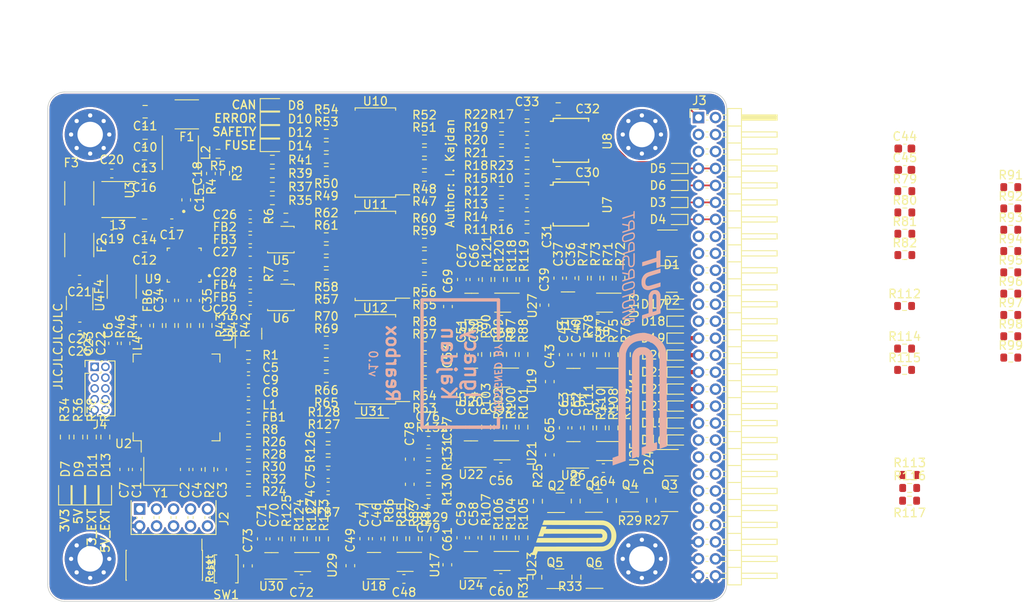
<source format=kicad_pcb>
(kicad_pcb (version 20221018) (generator pcbnew)
  (title_block (title "Rearbox") (date "2023-11-02") (rev "${REVISION}") (company "Author: I. Kajdan") (comment 1 "Reviewer:"))
  (layers (0 "F.Cu" signal) (1 "In1.Cu" signal) (2 "In2.Cu" signal) (31 "B.Cu" signal) (34 "B.Paste" user) (35 "F.Paste" user) (36 "B.SilkS" user "B.Silkscreen") (37 "F.SilkS" user "F.Silkscreen") (38 "B.Mask" user) (39 "F.Mask" user) (44 "Edge.Cuts" user))
  (property "REVISION" "1.0")
  (net 0 "")
  (net 1 "/HSE_IN")
  (net 2 "GND")
  (net 3 "/HSE_OUT")
  (net 4 "NRST")
  (net 5 "VDD")
  (net 6 "VDDA")
  (net 7 "Net-(C10-Pad1)")
  (net 8 "Net-(U3-VCC)")
  (net 9 "/Power Supply/SW")
  (net 10 "Net-(U3-CBOOT)")
  (net 11 "+5V")
  (net 12 "Net-(U4-EN)")
  (net 13 "+3.3VA")
  (net 14 "+3.3V")
  (net 15 "Net-(U5-VIO)")
  (net 16 "Net-(U5-VDD)")
  (net 17 "Net-(U6-VIO)")
  (net 18 "Net-(U6-VDD)")
  (net 19 "+24V")
  (net 20 "/SENSE_OUT")
  (net 21 "/Safety Inputs/TCA_VDD")
  (net 22 "Net-(U14-+)")
  (net 23 "/ANALOG_INPUT1")
  (net 24 "Net-(U16-+)")
  (net 25 "/ANALOG_INPUT2")
  (net 26 "/Water Pressure Sensors/Analog Input 3/-")
  (net 27 "Net-(U18-+)")
  (net 28 "/Water Pressure Sensors/Analog Input 4/-")
  (net 29 "/WATER_PRESSURE1")
  (net 30 "Net-(U20-+)")
  (net 31 "/WATER_PRESSURE2")
  (net 32 "Net-(U22-+)")
  (net 33 "/WATER_TEMPERATURE1")
  (net 34 "Net-(U24-+)")
  (net 35 "/WATER_TEMPERATURE2")
  (net 36 "Net-(U26-+)")
  (net 37 "/MONO_TEMPERATURE")
  (net 38 "Net-(U28-+)")
  (net 39 "/POTENTIOMETER_L")
  (net 40 "Net-(U30-+)")
  (net 41 "/POTENTIOMETER_R")
  (net 42 "/Suspension Load Cells/NAU_VDD")
  (net 43 "Net-(U31-VBG)")
  (net 44 "Net-(U31-VIN1N)")
  (net 45 "Net-(U31-VIN1P)")
  (net 46 "Net-(U31-VIN2N)")
  (net 47 "Net-(U31-VIN2P)")
  (net 48 "+3V_EXT")
  (net 49 "CAN+")
  (net 50 "CAN-")
  (net 51 "CAN2+")
  (net 52 "CAN2-")
  (net 53 "FAN_OUT_L")
  (net 54 "FAN_OUT_R")
  (net 55 "PUMP_OUT1")
  (net 56 "PUMP_OUT2")
  (net 57 "ANALOG_IN_RFU1")
  (net 58 "ANALOG_IN_RFU2")
  (net 59 "Net-(R48-Pad2)")
  (net 60 "Net-(D7-A)")
  (net 61 "Net-(D8-A)")
  (net 62 "Net-(D9-A)")
  (net 63 "Net-(D10-A)")
  (net 64 "Net-(D11-A)")
  (net 65 "Net-(D12-A)")
  (net 66 "Net-(D13-A)")
  (net 67 "Net-(D14-A)")
  (net 68 "Net-(R52-Pad2)")
  (net 69 "WATER_PRESSURE_IN1")
  (net 70 "WATER_PRESSURE_IN2")
  (net 71 "/Temperature Sensors/P1")
  (net 72 "/Temperature Sensors/P2")
  (net 73 "/Temperature Sensors/P3")
  (net 74 "/Suspension Potentiometers/P1")
  (net 75 "/Suspension Potentiometers/P2")
  (net 76 "LOAD_CELL_IN_L+")
  (net 77 "LOAD_CELL_IN_L-")
  (net 78 "LOAD_CELL_IN_R+")
  (net 79 "LOAD_CELL_IN_R-")
  (net 80 "+5V_EXT")
  (net 81 "SWCLK")
  (net 82 "SWDIO")
  (net 90 "Net-(R56-Pad2)")
  (net 91 "WATER_TEMPERATURE_IN1")
  (net 92 "WATER_TEMPERATURE_IN2")
  (net 93 "MONO_TEMPERATURE_IN")
  (net 94 "POTENTIOMETER_IN_L")
  (net 95 "POTENTIOMETER_IN_R")
  (net 96 "Net-(R60-Pad2)")
  (net 97 "RTDS_OUT")
  (net 98 "SAFETY_IN_INV")
  (net 99 "SAFETY_IN_HVD")
  (net 100 "SAFETY_IN_RES")
  (net 101 "SAFETY_IN_HV")
  (net 102 "SAFETY_IN_FW")
  (net 103 "SAFETY_IN_ASMS")
  (net 104 "SAFETY_IN_RFU1")
  (net 105 "SAFETY_IN_RFU2")
  (net 106 "SAFETY_IN_WHEEL_FL")
  (net 107 "SAFETY_IN_WHEEL_FR")
  (net 108 "SAFETY_IN_WHEEL_RL")
  (net 109 "SAFETY_IN_WHEEL_RR")
  (net 110 "ASSI_OUT_R")
  (net 111 "ASSI_OUT_G")
  (net 112 "ASSI_OUT_B")
  (net 113 "ASSI_OUT_BUZZER")
  (net 114 "BRAKE_LIGHT_OUT")
  (net 115 "SPI_MOSI")
  (net 116 "I^{2}C_SCL")
  (net 117 "UART_RX")
  (net 118 "I^{2}C_SDA")
  (net 119 "UART_TX")
  (net 120 "SPI_SCLK")
  (net 121 "SPI_MISO")
  (net 122 "Net-(Q1-G)")
  (net 123 "Net-(Q2-G)")
  (net 124 "Net-(Q3-G)")
  (net 125 "Net-(Q4-G)")
  (net 126 "Net-(Q5-G)")
  (net 127 "Net-(Q6-G)")
  (net 128 "Net-(R64-Pad2)")
  (net 129 "Net-(R68-Pad2)")
  (net 130 "/VREF")
  (net 131 "/Power Supply/FB")
  (net 132 "Net-(U5-STBY)")
  (net 133 "Net-(U6-STBY)")
  (net 134 "/BRAKE_LIGHT")
  (net 135 "Net-(U7-INPUT0)")
  (net 136 "Net-(U7-INPUT1)")
  (net 137 "/SENSE_ENABLE_FANS")
  (net 138 "Net-(U7-SEn)")
  (net 139 "/SENSE_ADDRESS_IN0")
  (net 140 "Net-(U7-SEL0)")
  (net 141 "/SENSE_ADDRESS_IN1")
  (net 142 "Net-(U7-SEL1)")
  (net 143 "Net-(U7-~{FaultRST})")
  (net 144 "/FAN_L")
  (net 145 "/FAN_R")
  (net 146 "Net-(U8-INPUT0)")
  (net 147 "Net-(U8-INPUT1)")
  (net 148 "/SENSE_ENABLE_PUMPS")
  (net 149 "Net-(U8-SEn)")
  (net 150 "Net-(U8-SEL0)")
  (net 151 "Net-(U8-SEL1)")
  (net 152 "Net-(U8-~{FaultRST})")
  (net 153 "/PUMP1")
  (net 154 "/PUMP2")
  (net 155 "Net-(R47-Pad2)")
  (net 156 "/ASSI_LED_R")
  (net 157 "/ASSI_LED_G")
  (net 158 "/ASSI_LED_B")
  (net 159 "/ASSI_BUZZER")
  (net 160 "/RTDS")
  (net 161 "/LED_CAN")
  (net 162 "/LED_ERROR")
  (net 163 "/LED_SAFETY")
  (net 164 "/LED_FUSE")
  (net 165 "/SAFETY_~{RESET}")
  (net 166 "Net-(U9-~{RESET})")
  (net 167 "/SAFETY_SDA")
  (net 168 "Net-(U9-SDA)")
  (net 169 "/SAFETY_SCL")
  (net 170 "Net-(U9-SCL)")
  (net 171 "/SAFETY_~{INT}")
  (net 172 "Net-(U9-~{INT})")
  (net 173 "Net-(U9-ADDR)")
  (net 174 "Net-(R51-Pad2)")
  (net 175 "Net-(R55-Pad2)")
  (net 176 "/Safety Inputs/OUT_FW")
  (net 177 "/Safety Inputs/OUT_HV")
  (net 178 "Net-(R59-Pad2)")
  (net 179 "Net-(R63-Pad2)")
  (net 180 "/Safety Inputs/OUT_INV")
  (net 181 "/Safety Inputs/OUT_HVD")
  (net 182 "Net-(R67-Pad2)")
  (net 183 "Net-(R71-Pad2)")
  (net 184 "/Safety Inputs/OUT_W_FL")
  (net 185 "/Safety Inputs/OUT_W_FR")
  (net 186 "Net-(R75-Pad2)")
  (net 187 "Net-(R83-Pad2)")
  (net 188 "/Safety Inputs/OUT_W_RL")
  (net 189 "/Safety Inputs/OUT_W_RR")
  (net 190 "Net-(R87-Pad2)")
  (net 191 "Net-(R100-Pad2)")
  (net 192 "/Safety Inputs/OUT_RES")
  (net 193 "/Safety Inputs/OUT_ASMS")
  (net 194 "Net-(R104-Pad2)")
  (net 195 "/Safety Inputs/OUT_RFU1")
  (net 196 "/Safety Inputs/OUT_RFU2")
  (net 197 "Net-(U13-FG)")
  (net 198 "Net-(R108-Pad2)")
  (net 199 "Net-(U15-FG)")
  (net 200 "Net-(U17-FG)")
  (net 201 "Net-(R118-Pad2)")
  (net 202 "Net-(U19-FG)")
  (net 203 "/Temperature Sensors/N1")
  (net 204 "Net-(U21-FG)")
  (net 205 "/Temperature Sensors/N2")
  (net 206 "/Temperature Sensors/N3")
  (net 207 "Net-(U23-FG)")
  (net 208 "Net-(R122-Pad2)")
  (net 209 "Net-(U25-FG)")
  (net 210 "/Suspension Potentiometers/N1")
  (net 211 "Net-(U27-FG)")
  (net 212 "/Suspension Potentiometers/N2")
  (net 213 "Net-(U29-FG)")
  (net 214 "/LOAD_CELL_SDIO")
  (net 215 "Net-(U31-SDIO)")
  (net 216 "/LOAD_CELL_SCLK")
  (net 217 "Net-(U31-SCLK)")
  (net 218 "/LOAD_CELL_DRDY")
  (net 219 "Net-(U31-DRDY)")
  (net 220 "/CAN_TX")
  (net 221 "/CAN_RX")
  (net 222 "/CAN2_TX")
  (net 223 "/CAN2_RX")
  (net 224 "/ANALOG_OFFSET1")
  (net 225 "/ANALOG_OFFSET2")
  (net 233 "/Power Supply/VIN")
  (net 234 "Net-(C18-Pad1)")
  (net 235 "Net-(C37-Pad1)")
  (net 236 "Net-(C41-Pad1)")
  (net 243 "Net-(C47-Pad1)")
  (net 244 "Net-(C51-Pad1)")
  (net 245 "Net-(C55-Pad1)")
  (net 246 "Net-(C59-Pad1)")
  (net 247 "Net-(C63-Pad1)")
  (net 248 "Net-(C67-Pad1)")
  (net 249 "Net-(C71-Pad1)")
  (footprint "Resistor_SMD:R_0603_1608Metric" (layer "F.Cu") (at 148.865 118.005)
    (fp_text reference "R131")
    (fp_text value "51R")
  )
  (footprint "Capacitor_SMD:C_0603_1608Metric" (layer "F.Cu") (at 152.725 126.514999 -90)
    (fp_text reference "C59")
    (fp_text value "100n")
  )
  (footprint "Capacitor_SMD:C_0603_1608Metric" (layer "F.Cu") (at 111.555 89.735)
    (fp_text reference "C19")
    (fp_text value "22u")
  )
  (footprint "Resistor_SMD:R_0603_1608Metric" (layer "F.Cu") (at 166.21 122.19 -90)
    (fp_text reference "R9")
    (fp_text value "10k")
  )
  (footprint "Resistor_SMD:R_0603_1608Metric" (layer "F.Cu") (at 148.865 120.925)
    (fp_text reference "R129")
    (fp_text value "51R")
  )
  (footprint "Capacitor_SMD:C_0603_1608Metric" (layer "F.Cu") (at 141.295 126.624999 -90)
    (fp_text reference "C47")
    (fp_text value "100n")
  )
  (footprint "Local_Library:QFN50P400X400X80-25N" (layer "F.Cu") (at 120.08 94.385 180)
    (fp_text reference "U9")
    (fp_text value "TCA6416ARTWR")
  )
  (footprint "Resistor_SMD:R_0603_1608Metric" (layer "F.Cu") (at 157.115 126.514999 90)
    (fp_text reference "R106")
    (fp_text value "3k3")
  )
  (footprint "Resistor_SMD:R_0603_1608Metric" (layer "F.Cu") (at 160.475 81.115 180)
    (fp_text reference "R23")
    (fp_text value "TBD")
  )
  (footprint "Resistor_SMD:R_0603_1608Metric" (layer "F.Cu") (at 148.385 91.755 180)
    (fp_text reference "R60")
    (fp_text value "2k")
  )
  (footprint "Resistor_SMD:R_0603_1608Metric" (layer "F.Cu") (at 204.985 93.205)
    (fp_text reference "R82")
    (fp_text value "100R")
  )
  (footprint "Resistor_SMD:R_0603_1608Metric" (layer "F.Cu") (at 155.65 126.514999 -90)
    (fp_text reference "R107")
    (fp_text value "3k3")
  )
  (footprint "Package_SO:SOIC-16_4.55x10.3mm_P1.27mm" (layer "F.Cu") (at 142.605 81.125 180)
    (fp_text reference "U10")
    (fp_text value "TLP291-4")
  )
  (footprint "Fuse:Fuse_1812_4532Metric" (layer "F.Cu") (at 107.715 85.925 90)
    (fp_text reference "F3")
    (fp_text value "200mA")
  )
  (footprint "NetTie:NetTie-2_SMD_Pad0.5mm" (layer "F.Cu") (at 180.175 107 180)
    (fp_text reference "NT7" hide)
    (fp_text value "NetTie_2" hide)
  )
  (footprint "Package_TO_SOT_SMD:SOT-23-5" (layer "F.Cu") (at 130.365 129.824999 180)
    (fp_text reference "U30")
    (fp_text value "MCP6001")
  )
  (footprint "Capacitor_SMD:C_0805_2012Metric" (layer "F.Cu") (at 115.405 89.705 180)
    (fp_text reference "C14")
    (fp_text value "220n")
  )
  (footprint "Resistor_SMD:R_0603_1608Metric" (layer "F.Cu") (at 204.955 106.735)
    (fp_text reference "R115")
    (fp_text value "5k")
  )
  (footprint "Capacitor_SMD:C_0603_1608Metric" (layer "F.Cu") (at 127.86 92.829999 180)
    (fp_text reference "C27")
    (fp_text value "100n")
  )
  (footprint "Diode_SMD:D_SOD-523" (layer "F.Cu") (at 178.165 87.01 180)
    (fp_text reference "D3")
    (fp_text value "PMEG3010EB")
  )
  (footprint "Capacitor_SMD:C_0603_1608Metric" (layer "F.Cu") (at 151.155 99.264999 90)
    (fp_text reference "C69")
    (fp_text value "100n")
  )
  (footprint "Capacitor_SMD:C_0603_1608Metric" (layer "F.Cu") (at 127.86 95.249999 180)
    (fp_text reference "C28")
    (fp_text value "100n")
  )
  (footprint "Inductor_SMD:L_0603_1608Metric" (layer "F.Cu") (at 127.655 110.835 180)
    (fp_text reference "L1")
    (fp_text value "10u")
  )
  (footprint "Capacitor_SMD:C_0603_1608Metric" (layer "F.Cu") (at 165.62 95.925 90)
    (fp_text reference "C36")
    (fp_text value "100n")
  )
  (footprint "Resistor_SMD:R_0603_1608Metric" (layer "F.Cu") (at 157.115 113.475 90)
    (fp_text reference "R102")
    (fp_text value "3k3")
  )
  (footprint "Capacitor_SMD:C_0603_1608Metric" (layer "F.Cu") (at 113.015 118.465 -90)
    (fp_text reference "C7")
    (fp_text value "100n")
  )
  (footprint "Package_TO_SOT_SMD:SOT-23-5" (layer "F.Cu") (at 142.435 129.804999 180)
    (fp_text reference "U18")
    (fp_text value "MCP6001")
  )
  (footprint "Package_DFN_QFN:Diodes_UDFN2020-6_Type-F" (layer "F.Cu") (at 163.89 122.385)
    (fp_text reference "Q2")
    (fp_text value "BUK6D210")
  )
  (footprint "Capacitor_SMD:C_0603_1608Metric" (layer "F.Cu") (at 127.655 107.915)
    (fp_text reference "C9")
    (fp_text value "100n")
  )
  (footprint "Inductor_SMD:L_Abracon_ASPI-4030S" (layer "F.Cu") (at 112.355 86.66 180)
    (fp_text reference "L3")
    (fp_text value "1u5")
  )
  (footprint "Capacitor_SMD:C_0603_1608Metric" (layer "F.Cu") (at 121.365 98.545 -90)
    (fp_text reference "C35")
    (fp_text value "100n")
  )
  (footprint "Inductor_SMD:L_0603_1608Metric" (layer "F.Cu") (at 113.165 103.605 -90)
    (fp_text reference "L4")
    (fp_text value "10u")
  )
  (footprint "Diode_SMD:D_SOD-523" (layer "F.Cu") (at 178.175 83 180)
    (fp_text reference "D5")
    (fp_text value "PMEG3010EB")
  )
  (footprint "NetTie:NetTie-2_SMD_Pad0.5mm" (layer "F.Cu") (at 169.055 88.24)
    (fp_text reference "NT2" hide)
    (fp_text value "NetTie_2" hide)
  )
  (footprint "Resistor_SMD:R_0603_1608Metric" (layer "F.Cu") (at 217.465 97.755)
    (fp_text reference "R96")
    (fp_text value "1k")
  )
  (footprint "Package_DFN_QFN:TDFN-8-1EP_3x2mm_P0.5mm_EP1.80x1.65mm" (layer "F.Cu") (at 170.105 98.814999 180)
    (fp_text reference "U13")
    (fp_text value "MCP6N11-005")
  )
  (footprint "Resistor_SMD:R_0603_1608Metric" (layer "F.Cu") (at 205.555 119.115)
    (fp_text reference "R113")
    (fp_text value "50k")
  )
  (footprint "Resistor_SMD:R_0603_1608Metric" (layer "F.Cu") (at 124.895 83.575 -90)
    (fp_text reference "R3")
    (fp_text value "100k")
  )
  (footprint "Capacitor_SMD:C_0603_1608Metric" (layer "F.Cu") (at 127.655 109.375)
    (fp_text reference "C8")
    (fp_text value "1u")
  )
  (footprint "Resistor_SMD:R_0603_1608Metric" (layer "F.Cu") (at 130.465 81.975)
    (fp_text reference "R41")
    (fp_text value "120R")
  )
  (footprint "Local_Library:VND7020AJTR" (layer "F.Cu") (at 165.643 79.6813)
    (fp_text reference "U8")
    (fp_text value "VND7020AJTR")
  )
  (footprint "Resistor_SMD:R_0603_1608Metric" (layer "F.Cu") (at 169.185 104.935 90)
    (fp_text reference "R77")
    (fp_text value "3k3")
  )
  (footprint "Diode_SMD:D_SOD-523" (layer "F.Cu") (at 178.22 112.995)
    (fp_text reference "D15")
    (fp_text value "5V")
  )
  (footprint "Capacitor_SMD:C_0603_1608Metric" (layer "F.Cu") (at 157.465 100.824999)
    (fp_text reference "C68")
    (fp_text value "100n")
  )
  (footprint "NetTie:NetTie-2_SMD_Pad0.5mm" (layer "F.Cu") (at 180.175 109 180)
    (fp_text reference "NT8" hide)
    (fp_text value "NetTie_2" hide)
  )
  (footprint "Package_TO_SOT_SMD:SOT-23" (layer "F.Cu") (at 177.525 96.025)
    (fp_text reference "D2")
    (fp_text value "PESD2CAN")
  )
  (footprint "Capacitor_SMD:C_0603_1608Metric" (layer "F.Cu") (at 133.895 131.384999)
    (fp_text reference "C72")
    (fp_text value "100n")
  )
  (footprint "Capacitor_SMD:C_0603_1608Metric" (layer "F.Cu") (at 154.19 104.915 90)
    (fp_text reference "C50")
    (fp_text value "100n")
  )
  (footprint "Resistor_SMD:R_0603_1608Metric" (layer "F.Cu") (at 136.82 106.21 180)
    (fp_text reference "R66")
    (fp_text value "10k")
  )
  (footprint "Package_DFN_QFN:TDFN-8-1EP_3x2mm_P0.5mm_EP1.80x1.65mm" (layer "F.Cu") (at 158.105 98.814999 180)
    (fp_text reference "U27")
    (fp_text value "MCP6N11-005")
  )
  (footprint "Capacitor_SMD:C_0603_1608Metric" (layer "F.Cu") (at 146.655 117.255 90)
    (fp_text reference "C78")
    (fp_text value "100n")
  )
  (footprint "Resistor_SMD:R_0603_1608Metric" (layer "F.Cu") (at 155.65 104.915 -90)
    (fp_text reference "R90")
    (fp_text value "3k3")
  )
  (footprint "Resistor_SMD:R_0603_1608Metric" (layer "F.Cu") (at 136.82 107.67 180)
    (fp_text reference "R65")
    (fp_text value "10k")
  )
  (footprint "Inductor_SMD:L_0603_1608Metric" (layer "F.Cu") (at 118.445 98.545 90)
    (fp_text reference "FB6")
    (fp_text value "470R")
  )
  (footprint "Resistor_SMD:R_0603_1608Metric" (layer "F.Cu") (at 132.15 126.644999 -90)
    (fp_text reference "R125")
    (fp_text value "3k3")
  )
  (footprint "Resistor_SMD:R_0603_1608Metric" (layer "F.Cu") (at 217.465 87.715)
    (fp_text reference "R92")
    (fp_text value "1k")
  )
  (footprint "Capacitor_SMD:C_0603_1608Metric" (layer "F.Cu") (at 157.395 109.655)
    (fp_text reference "C52")
    (fp_text value "100n")
  )
  (footprint "Resistor_SMD:R_0603_1608Metric" (layer "F.Cu") (at 204.985 85.675)
    (fp_text reference "R79")
    (fp_text value "560R")
  )
  (footprint "Resistor_SMD:R_0603_1608Metric" (layer "F.Cu") (at 136.82 92.57 180)
    (fp_text reference "R61")
    (fp_text value "10k")
  )
  (footprint "Resistor_SMD:R_0603_1608Metric" (layer "F.Cu") (at 116.985 101.505 90)
    (fp_text reference "R46")
    (fp_text value "0R")
  )
  (footprint "Resistor_SMD:R_0603_1608Metric" (layer "F.Cu") (at 130.465 83.565)
    (fp_text reference "R39")
    (fp_text value "120R")
  )
  (footprint "Resistor_SMD:R_0603_1608Metric" (layer "F.Cu") (at 171.475 95.925 90)
    (fp_text reference "R72")
    (fp_text value "TBD")
  )
  (footprint "Diode_SMD:D_SOD-523" (layer "F.Cu") (at 178.22 102.995)
    (fp_text reference "D19")
    (fp_text value "5V")
  )
  (footprint "Capacitor_SMD:C_0603_1608Metric" (layer "F.Cu") (at 123.225 83.595 -90)
    (fp_text reference "C18")
    (fp_text value "22p")
  )
  (footprint "Resistor_SMD:R_0603_1608Metric" (layer "F.Cu") (at 109.195 114.645 -90)
    (fp_text reference "R38")
    (fp_text value "82R")
  )
  (footprint "Package_DFN_QFN:TDFN-8-1EP_3x2mm_P0.5mm_EP1.80x1.65mm" (layer "F.Cu") (at 158.035 107.645 180)
    (fp_text reference "U19")
    (fp_text value "MCP6N11-005")
  )
  (footprint "Resistor_SMD:R_0603_1608Metric" (layer "F.Cu") (at 127.655 118.135)
    (fp_text reference "R30")
    (fp_text value "100R")
  )
  (footprint "Resistor_SMD:R_0603_1608Metric" (layer "F.Cu") (at 123.065 118.465 -90)
    (fp_text reference "R2")
    (fp_text value "10k")
  )
  (footprint "Resistor_SMD:R_0603_1608Metric" (layer "F.Cu") (at 168.545 95.925 90)
    (fp_text reference "R73")
    (fp_text value "3k3")
  )
  (footprint "Resistor_SMD:R_0603_1608Metric" (layer "F.Cu") (at 160.115 96.084999 90)
    (fp_text reference "R119")
    (fp_text value "TBD")
  )
  (footprint "LED_SMD:LED_0603_1608Metric" (layer "F.Cu") (at 130.525 77.095)
    (fp_text reference "D10")
    (fp_text value "Red")
  )
  (footprint "Capacitor_SMD:C_0603_1608Metric" (layer "F.Cu") (at 152.795 96.084999 -90)
    (fp_text reference "C67")
    (fp_text value "100n")
  )
  (footprint "Resistor_SMD:R_0603_1608Metric" (layer "F.Cu") (at 204.955 99.205)
    (fp_text reference "R112")
    (fp_text value "50k")
  )
  (footprint "Capacitor_SMD:C_0603_1608Metric" (layer "F.Cu") (at 164.795 104.935 -90)
    (fp_text reference "C41")
    (fp_text value "100n")
  )
  (footprint "Capacitor_SMD:C_0603_1608Metric" (layer "F.Cu") (at 204.985 83.165)
    (fp_text reference "C45")
    (fp_text value "10n")
  )
  (footprint "Resistor_SMD:R_0603_1608Metric" (layer "F.Cu") (at 147.155 126.624999 -90)
    (fp_text reference "R83")
    (fp_text value "TBD")
  )
  (footprint "Capacitor_SMD:C_0603_1608Metric" (layer "F.Cu") (at 130.69 126.644999 90)
    (fp_text reference "C70")
    (fp_text value "100n")
  )
  (footprint "Capacitor_SMD:C_0603_1608Metric" (layer "F.Cu") (at 157.395 118.215)
    (fp_text reference "C56")
    (fp_text value "100n")
  )
  (footprint "Package_TO_SOT_SMD:SOT-23-5" (layer "F.Cu") (at 165.935 108.115 180)
    (fp_text reference "U16")
    (fp_text value "MCP6001")
  )
  (footprint "Capacitor_SMD:C_0603_1608Metric" (layer "F.Cu") (at 137.04 120.48 180)
    (fp_text reference "C74")
    (fp_text value "1u")
  )
  (footprint "Diode_SMD:D_SOD-523" (layer "F.Cu") (at 178.22 100.995)
    (fp_text reference "D18")
    (fp_text value "5V")
  )
  (footprint "Capacitor_SMD:C_0603_1608Metric" (layer "F.Cu") (at 127.86 99.639999 180)
    (fp_text reference "C29")
    (fp_text value "100n")
  )
  (footprint "Resistor_SMD:R_0603_1608Metric" (layer "F.Cu") (at 136.82 78.93 180)
    (fp_text reference "R54")
    (fp_text value "10k")
  )
  (footprint "Resistor_SMD:R_0603_1608Metric" (layer "F.Cu") (at 119.905 101.505 90)
    (fp_text reference "R43")
    (fp_text value "100R")
  )
  (footprint "Capacitor_SMD:C_0603_1608Metric" (layer "F.Cu") (at 137.04 119.015 180)
    (fp_text reference "C75")
    (fp_text value "100n")
  )
  (footprint "Resistor_SMD:R_0603_1608Metric" (layer "F.Cu") (at 217.465 90.225)
    (fp_text reference "R93")
    (fp_text value "1k")
  )
  (footprint "Capacitor_SMD:C_0603_1608Metric" (layer "F.Cu") (at 151.085 108.095 90)
    (fp_text reference "C53")
    (fp_text value "100n")
  )
  (footprint "Resistor_SMD:R_0603_1608Metric" (layer "F.Cu") (at 137.035 117.555)
    (fp_text reference "R126")
    (fp_text value "100R")
  )
  (footprint "Inductor_SMD:L_0603_1608Metric" (layer "F.Cu") (at 127.86 98.169999)
    (fp_text reference "FB5")
    (fp_text value "470R")
  )
  (footprint "Local_Library:PUTM_Logo_10mm" (layer "F.Cu") (at 166 126.5)
    (fp_text reference "G***" hide)
    (fp_text value "LOGO" hide)
  )
  (footprint "LED_SMD:LED_0603_1608Metric" (layer "F.Cu") (at 130.525 78.685)
    (fp_text reference "D12")
    (fp_text value "Red")
  )
  (footprint "Capacitor_SMD:C_0603_1608Metric" (layer "F.Cu") (at 114.485 118.465 90)
    (fp_text reference "C1")
    (fp_text value "10p")
  )
  (footprint "Resistor_SMD:R_0603_1608Metric" (layer "F.Cu") (at 135.085 126.644999 -90)
    (fp_text reference "R122")
    (fp_text value "TBD")
  )
  (footprint "Resistor_SMD:R_0603_1608Metric" (layer "F.Cu") (at 157.465 78.135)
    (fp_text reference "R19")
    (fp_text value "100R")
  )
  (footprint "Package_QFP:LQFP-64_10x10mm_P0.5mm" (layer "F.Cu") (at 119.175 109.975 90)
    (fp_text reference "U2")
    (fp_text value "STM32G473RCTx")
  )
  (footprint "Resistor_SMD:R_0603_1608Metric" (layer "F.Cu") (at 170.655 113.565 -90)
    (fp_text reference "R108")
    (fp_text value "TBD")
  )
  (footprint "Resistor_SMD:R_0603_1608Metric" (layer "F.Cu") (at 166.285 131.145 -90)
    (fp_text reference "R33")
    (fp_text value "10k")
  )
  (footprint "Resistor_SMD:R_0603_1608Metric" (layer "F.Cu") (at 127.655 113.755 180)
    (fp_text reference "R8")
    (fp_text value "100R")
  )
  (footprint "Diode_SMD:D_SOD-523" (layer "F.Cu") (at 178.22 104.995)
    (fp_text reference "D20")
    (fp_text value "5V")
  )
  (footprint "MountingHole:MountingHole_3mm_Pad_Via" (layer "F.Cu") (at 174 79)
    (fp_text reference "REF**" hide)
    (fp_text value "MountingHole_3mm_Pad_Via")
  )
  (footprint "Capacitor_SMD:C_0603_1608Metric" (layer "F.Cu") (at 139.655 129.804999 90)
    (fp_text reference "C49")
    (fp_text value "100n")
  )
  (footprint "Resistor_SMD:R_0603_1608Metric" (layer "F.Cu") (at 127.655 116.675)
    (fp_text reference "R28")
    (fp_text value "100R")
  )
  (footprint "LED_SMD:LED_0603_1608Metric" (layer "F.Cu") (at 110.785 121.155 90)
    (fp_text reference "D13")
    (fp_text value "Green")
  )
  (footprint "Resistor_SMD:R_0603_1608Metric" (layer "F.Cu") (at 124.065 81.265 180)
    (fp_text reference "R5")
    (fp_text value "1k")
  )
  (footprint "Capacitor_SMD:C_0603_1608Metric" (layer "F.Cu") (at 166.26 104.935 90)
    (fp_text reference "C40")
    (fp_text value "100n")
  )
  (footprint "Resistor_SMD:R_0603_1608Metric" (layer "F.Cu") (at 136.82 95.49 180)
    (fp_text reference "R57")
    (fp_text value "10k")
  )
  (footprint "Capacitor_SMD:C_0603_1608Metric" (layer "F.Cu") (at 154.19 113.475 90)
    (fp_text reference "C54")
    (fp_text value "100n")
  )
  (footprint "Fuse:Fuse_1812_4532Metric" (layer "F.Cu") (at 112.715 96.925 90)
    (fp_text reference "F4")
    (fp_text value "100mA")
  )
  (footprint "NetTie:NetTie-2_SMD_Pad0.5mm" (layer "F.Cu") (at 180.175 111 180)
    (fp_text reference "NT9" hide)
    (fp_text value "NetTie_2" hide)
  )
  (footprint "Capacitor_SMD:C_0603_1608Metric" (layer "F.Cu") (at 151.085 129.694999 90)
    (fp_text reference "C61")
    (fp_text value "100n")
  )
  (footprint "Resistor_SMD:R_0603_1608Metric" (layer "F.Cu") (at 170.655 104.935 -90)
    (fp_text reference "R75")
    (fp_text value "TBD")
  )
  (footprint "Package_DFN_QFN:Diodes_UDFN2020-6_Type-F" (layer "F.Cu") (at 172.615 122.297)
    (fp_text reference "Q4")
    (fp_text value "BUK6D210")
  )
  (footprint "Capacitor_SMD:C_0603_1608Metric" (layer "F.Cu") (at 121.605 118.465 -90)
    (fp_text reference "C4")
    (fp_text value "100n")
  )
  (footprint "Resistor_SMD:R_0603_1608Metric" (layer "F.Cu") (at 121.845 85.135 -90)
    (fp_text reference "R4")
    (fp_text value "24k9")
  )
  (footprint "Capacitor_SMD:C_0603_1608Metric" (layer "F.Cu") (at 124.525 118.465 90)
    (fp_text reference "C3")
    (fp_text value "100n")
  )
  (footprint "Connector_PinHeader_1.27mm:PinHeader_2x05_P1.27mm_Vertical" (layer "F.Cu") (at 109.525 106.375)
    (fp_text reference "J4")
    (fp_text value "Auxiliary")
  )
  (footprint "Package_TO_SOT_SMD:SOT-23-6" (layer "F.Cu") (at 177.495 117.675)
    (fp_text reference "D24")
    (fp_text value "CPDT6-5V4")
  )
  (footprint "Capacitor_SMD:C_0603_1608Metric" (layer "F.Cu") (at 107.745 96.105 180)
    (fp_text reference "C21")
    (fp_text value "1u")
  )
  (footprint "Resistor_SMD:R_0603_1608Metric" (layer "F.Cu") (at 155.72 96.084999 -90)
    (fp_text reference "R121")
    (fp_text value "3k3")
  )
  (footprint "Diode_SMD:D_SOD-523" (layer "F.Cu") (at 178.22 114.995)
    (fp_text reference "D16")
    (fp_text value "5V")
  )
  (footprint "Package_DFN_QFN:Diodes_UDFN2020-6_Type-F" (layer "F.Cu") (at 177.245 122.275)
    (fp_text reference "Q3")
    (fp_text value "BUK6D210")
  )
  (footprint "Resistor_SMD:R_0603_1608Metric" (layer "F.Cu") (at 160.465 84.155)
    (fp_text reference "R10")
    (fp_text value "100R")
  )
  (footprint "Package_TO_SOT_SMD:SOT-23-5" (layer "F.Cu") (at 153.865 116.655 180)
    (fp_text reference "U22")
    (fp_text value "MCP6001")
  )
  (footprint "Resistor_SMD:R_0603_1608Metric" (layer "F.Cu") (at 148.385 82.495 180)
    (fp_text reference "R48")
    (fp_text value "2k")
  )
  (footprint "Capacitor_SMD:C_0603_1608Metric" (layer "F.Cu") (at 118.615 89.455)
    (fp_text reference "C17")
    (fp_text value "100n")
  )
  (footprint "Resistor_SMD:R_0603_1608Metric" (layer "F.Cu") (at 127.655 104.995 180)
    (fp_text reference "R1")
    (fp_text value "1k")
  )
  (footprint "Package_DFN_QFN:Diodes_UDFN2020-6_Type-F" (layer "F.Cu") (at 168.415 131.319)
    (fp_text reference "Q6")
    (fp_text value "BUK6D210")
  )
  (footprint "Resistor_SMD:R_0603_1608Metric" (layer "F.Cu") (at 172.115 113.565 90)
    (fp_text reference "R109")
    (fp_text value "TBD")
  )
  (footprint "Resistor_SMD:R_0603_1608Metric" (layer "F.Cu") (at 136.82 94.03 180)
    (fp_text reference "R58")
    (fp_text value "10k")
  )
  (footprint "Capacitor_SMD:C_0603_1608Metric" (layer "F.Cu") (at 166.26 113.565 90)
    (fp_text reference "C62")
    (fp_text value "100n")
  )
  (footprint "Resistor_SMD:R_0603_1608Metric" (layer "F.Cu") (at 175.115 122.095 -90)
    (fp_text reference "R27")
    (fp_text value "10k")
  )
  (footprint "Capacitor_SMD:C_0603_1608Metric" (layer "F.Cu") (at 164.795 113.565 -90)
    (fp_text reference "C63")
    (fp_text value "100n")
  )
  (footprint "Capacitor_SMD:C_0603_1608Metric" (layer "F.Cu") (at 148.865 122.395)
    (fp_text reference "C79")
    (fp_text value "1u")
  )
  (footprint "LED_SMD:LED_0603_1608Metric" (layer "F.Cu") (at 106.015 121.155 90)
    (fp_text reference "D7")
    (fp_text value "Green")
  )
  (footprint "Resistor_SMD:R_0603_1608Metric" (layer "F.Cu") (at 148.385 83.955 180)
    (fp_text reference "R47")
    (fp_text value "2k")
  )
  (footprint "Resistor_SMD:R_0603_1608Metric" (layer "F.Cu") (at 136.82 91.11 180)
    (fp_text reference "R62")
    (fp_text value "10k")
  )
  (footprint "Resistor_SMD:R_0603_1608Metric" (layer "F.Cu") (at 122.827 101.505 90)
    (fp_text reference "R42")
    (fp_text value "100R")
  )
  (footprint "Resistor_SMD:R_0603_1608Metric" (layer "F.Cu") (at 157.455 85.645)
    (fp_text reference "R12")
    (fp_text value "100R")
  )
  (footprint "Capacitor_SMD:C_0603_1608Metric" (layer "F.Cu") (at 204.985 80.655)
    (fp_text reference "C44")
    (fp_text value "10n")
  )
  (footprint "Resistor_SMD:R_0603_1608Metric" (layer "F.Cu") (at 148.615 126.624999 90)
    (fp_text reference "R84")
    (fp_text value "TBD")
  )
  (footprint "Resistor_SMD:R_0603_1608Metric" (layer "F.Cu") (at 148.385 108.315 180)
    (fp_text reference "R63")
    (fp_text value "2k")
  )
  (footprint "Resistor_SMD:R_0603_1608Metric" (layer "F.Cu") (at 148.385 103.935 180)
    (fp_text reference "R68")
    (fp_text value "2k")
  )
  (footprint "Crystal:Crystal_SMD_Abracon_ABM8G-4Pin_3.2x2.5mm" (layer "F.Cu") (at 117.315 118.685)
    (fp_text reference "Y1")
    (fp_text value "48MHz")
  )
  (footprint "Fuse:Fuse_1812_4532Metric" (layer "F.Cu") (at 120.385 76.625 180)
    (fp_text reference "F1")
    (fp_text value "1.5A")
  )
  (footprint "Resistor_SMD:R_0603_1608Metric" (layer "F.Cu") (at 158.585 104.915 -90)
    (fp_text reference "R87")
    (fp_text value "TBD")
  )
  (footprint "Resistor_SMD:R_0603_1608Metric" (layer "F.Cu") (at 148.865 119.465)
    (fp_text reference "R130")
    (fp_text value "51R")
  )
  (footprint "Diode_SMD:D_SOD-523" (layer "F.Cu") (at 178.22 108.995)
    (fp_text reference "D22")
    (fp_text value "5V")
  )
  (footprint "Resistor_SMD:R_0603_1608Metric" (layer "F.Cu") (at 133.615 126.644999 90)
    (fp_text reference "R124")
    (fp_text value "3k3")
  )
  (footprint "Resistor_SMD:R_0603_1608Metric" (layer "F.Cu") (at 217.465 95.245)
    (fp_text reference "R95")
    (fp_text value "3k")
  )
  (footprint "Package_TO_SOT_SMD:SOT-23" (layer "F.Cu") (at 177.525 91.815)
    (fp_text reference "D1")
    (fp_text value "PESD2CAN")
  )
  (footprint "Resistor_SMD:R_0603_1608Metric" (layer "F.Cu") (at 148.865 116.545)
    (fp_text reference "R132")
    (fp_text value "51R")
  )
  (footprint "Resistor_SMD:R_0603_1608Metric" (layer "F.Cu") (at 107.605 114.645 -90)
    (fp_text reference "R36")
    (fp_text value "270R")
  )
  (footprint "Resistor_SMD:R_0603_1608Metric" (layer "F.Cu") (at 160.475 78.105 180)
    (fp_text reference "R22")
    (fp_text value "15k")
  )
  (footprint "Resistor_SMD:R_0603_1608Metric" (layer "F.Cu") (at 148.385 94.675 180)
    (fp_text reference "R56")
    (fp_text value "2k")
  )
  (footprint "MountingHole:MountingHole_3mm_Pad_Via" (layer "F.Cu") (at 109 129)
    (fp_text reference "REF**" hide)
    (fp_text value "MountingHole_3mm_Pad_Via")
  )
  (footprint "Resistor_SMD:R_0603_1608Metric" (layer "F.Cu") (at 170.015 95.925 -90)
    (fp_text reference "R71")
    (fp_text value "TBD")
  )
  (footprint "Diode_SMD:D_SOD-523" (layer "F.Cu") (at 178.22 106.995)
    (fp_text reference "D21")
    (fp_text value "5V")
  )
  (footprint "Package_DFN_QFN:TDFN-8-1EP_3x2mm_P0.5mm_EP1.80x1.65mm" (layer "F.Cu") (at 146.605 129.354999 180)
    (fp_text reference "U17")
    (fp_text value "MCP6N11-005")
  )
  (footprint "Fiducial:Fiducial_1mm_Mask2mm" (layer "F.Cu") (at 126.75 123.75)
    (fp_text reference "REF**" hide)
    (fp_text value "Fiducial_1mm_Mask2mm")
  )
  (footprint "Capacitor_SMD:C_0603_1608Metric" (layer "F.Cu") (at 119.905 98.545 -90)
    (fp_text reference "C34")
    (fp_text value "1u")
  )
  (footprint "Resistor_SMD:R_0603_1608Metric" (layer "F.Cu") (at 157.455 87.105)
    (fp_text reference "R13")
    (fp_text value "100R")
  )
  (footprint "Capacitor_SMD:C_0603_1608Metric" (layer "F.Cu") (at 120.145 118.465 -90)
    (fp_text reference "C2")
    (fp_text value "10p")
  )
  (footprint "Capacitor_SMD:C_0603_1608Metric" (layer "F.Cu") (at 110.245 103.605 90)
    (fp_text reference "C23")
    (fp_text value "100n")
  )
  (footprint "Capacitor_SMD:C_0603_1608Metric" (layer "F.Cu") (at 154.19 126.514999 90)
    (fp_text reference "C58")
    (fp_text value "100n")
  )
  (footprint "Resistor_SMD:R_0603_1608Metric" (layer "F.Cu") (at 169.185 113.565 90)
    (fp_text reference "R110")
    (fp_text value "3k3")
  )
  (footprint "LED_SMD:LED_0603_1608Metric" (layer "F.Cu") (at 130.525 75.505)
    (fp_text reference "D8")
    (fp_text value "Red")
  )
  (footprint "NetTie:NetTie-2_SMD_Pad0.5mm" (layer "F.Cu") (at 180.175 103 180)
    (fp_text reference "NT5" hide)
    (fp_text value "NetTie_2" hide)
  )
  (footprint "Resistor_SMD:R_0603_1608Metric" (layer "F.Cu") (at 157.185 96.084999 90)
    (fp_text reference "R120")
    (fp_text value "3k3")
  )
  (footprint "Capacitor_SMD:C_0603_1608Metric" (layer "F.Cu") (at 142.76 126.624999 90)
    (fp_text reference "C46")
    (fp_text value "100n")
  )
  (footprint "Resistor_SMD:R_0603_1608Metric" (layer "F.Cu") (at 148.385 105.395 180)
    (fp_text reference "R67")
    (fp_text value "2k")
  )
  (footprint "Resistor_SMD:R_0603_1608Metric" (layer "F.Cu") (at 167.72 113.565 -90)
    (fp_text reference "R111")
    (fp_text value "3k3")
  )
  (footprint "Diode_SMD:D_SOD-523" (layer "F.Cu") (at 178.165 89.01 180)
    (fp_text reference "D4")
    (fp_text value "PMEG3010EB")
  )
  (footprint "Capacitor_SMD:C_0603_1608Metric" (layer "F.Cu") (at 120.315 86.705 90)
    (fp_text reference "C15")
    (fp_text value "1u")
  )
  (footprint "Resistor_SMD:R_0603_1608Metric" (layer "F.Cu") (at 160.475 76.645)
    (fp_text reference "R17")
    (fp_text value "100R")
  )
  (footprint "Resistor_SMD:R_0603_1608Metric" (layer "F.Cu") (at 217.465 100.265)
    (fp_text reference "R97")
    (fp_text value "3k")
  )
  (footprint "Resistor_SMD:R_0603_1608Metric" (layer "F.Cu") (at 127.655 121.055 180)
    (fp_text reference "R24")
    (fp_text value "100R")
  )
  (footprint "NetTie:NetTie-2_SMD_Pad0.5mm" (layer "F.Cu") (at 169.055 86.24)
    (fp_text reference "NT1" hide)
    (fp_text value "NetTie_2" hide)
  )
  (footprint "Resistor_SMD:R_0603_1608Metric" (layer "F.Cu") (at 148.385 96.135 180)
    (fp_text reference "R55")
    (fp_text value "2k")
  )
  (footprint "Resistor_SMD:R_0603_1608Metric" (layer "F.Cu") (at 172.115 104.935 90)
    (fp_text reference "R76")
    (fp_text value "TBD")
  )
  (footprint "Capacitor_SMD:C_0603_1608Metric" (layer "F.Cu") (at 160.465 87.115 180)
    (fp_text reference "C31")
    (fp_text value "10n")
  )
  (footprint "Resistor_SMD:R_0603_1608Metric" (layer "F.Cu") (at 160.465 88.625 180)
    (fp_text reference "R16")
    (fp_text value "TBD")
  )
  (footprint "Resistor_SMD:R_0603_1608Metric" (layer "F.Cu") (at 167.72 104.935 -90)
    (fp_text reference "R78")
    (fp_text value "3k3")
  )
  (footprint "Resistor_SMD:R_0603_1608Metric" (layer "F.Cu") (at 130.465 86.745)
    (fp_text reference "R35")
    (fp_text value "120R")
  )
  (footprint "Capacitor_SMD:C_0805_2012Metric" (layer "F.Cu") (at 115.405 92.125 180)
    (fp_text reference "C12")
    (fp_text value "4u7")
  )
  (footprint "Local_Library:STLINK-V3MINIE" (layer "F.Cu") (at 114.825 125.125 90)
    (fp_text reference "J2")
    (fp_text value "ST-LINK")
  )
  (footprint "Resistor_SMD:R_0603_1608Metric" (layer "F.Cu") (at 127.655 119.595 180)
    (fp_text reference "R32")
    (fp_text value "100R")
  )
  (footprint "Capacitor_SMD:C_0805_2012Metric" (layer "F.Cu") (at 115.395 81.245 180)
    (fp_text reference "C13")
    (fp_text value "4u7")
  )
  (footprint "Capacitor_SMD:C_0805_2012Metric" (layer "F.Cu") (at 115.385 83.555 180)
    (fp_text reference "C16")
    (fp_text value "220n")
  )
  (footprint "Capacitor_SMD:C_0603_1608Metric" (layer "F.Cu") (at 152.725 104.915 -90)
    (fp_text reference "C51")
    (fp_text value "100n")
  )
  (footprint "Capacitor_SMD:C_0805_2012Metric" (layer "F.Cu") (at 115.475 76.315 180)
    (fp_text reference "C11")
    (fp_text value "2u2")
  )
  (footprint "Fuse:Fuse_1812_4532Metric" (layer "F.Cu") (at 107.715 92.025 -90)
    (fp_text reference "F2")
    (fp_text value "500mA")
  )
  (footprint "Resistor_SMD:R_0603_1608Metric" (layer "F.Cu") (at 137.035 114.635)
    (fp_text reference "R128")
    (fp_text value "100R")
  )
  (footprint "Resistor_SMD:R_0603_1608Metric" (layer "F.Cu") (at 144.22 126.624999 -90)
    (fp_text reference "R86")
    (fp_text value "3k3")
  )
  (footprint "Resistor_SMD:R_0603_1608Metric" (layer "F.Cu") (at 160.475 82.58)
    (fp_text reference "R18")
    (fp_text value "100R")
  )
  (footprint "NetTie:NetTie-2_SMD_Pad0.5mm" (layer "F.Cu") (at 180.175 105 180)
    (fp_text reference "NT6" hide)
    (fp_text value "NetTie_2" hide)
  )
  (footprint "Diode_SMD:D_SOD-523" (layer "F.Cu") (at 178.22 98.995)
    (fp_text reference "D17")
    (fp_text value "5V")
  )
  (footprint "LED_SMD:LED_0603_1608Metric" (layer "F.Cu") (at 109.195 121.155 90)
    (fp_text reference "D11")
    (fp_text value "Green")
  )
  (footprint "LED_SMD:LED_0603_1608Metric" (layer "F.Cu") (at 107.605 121.155 90)
    (fp_text reference "D9")
    (fp_text value "Green")
  )
  (footprint "MountingHole:MountingHole_3mm_Pad_Via" (layer "F.Cu") (at 109 79)
    (fp_text reference "REF**" hide)
    (fp_text value "MountingHole_3mm_Pad_Via")
  )
  (footprint "Package_DFN_QFN:TDFN-8-1EP_3x2mm_P0.5mm_EP1.80x1.65mm" (layer "F.Cu") (at 158.035 129.244999 180)
    (fp_text reference "U23")
    (fp_text value "MCP6N11-005")
  )
  (footprint "Capacitor_SMD:C_0805_2012Metric" (layer "F.Cu") (at 164.143 75.995 180)
    (fp_text reference "C32")
    (fp_text value "100n")
  )
  (footprint "Capacitor_SMD:C_0603_1608Metric" (layer "F.Cu") (at 163.155 108.115 90)
    (fp_text reference "C43")
    (fp_text value "100n")
  )
  (footprint "Resistor_SMD:R_0603_1608Metric" (layer "F.Cu") (at 217.465 85.205)
    (fp_text reference "R91")
    (fp_text value "1k")
  )
  (footprint "Resistor_SMD:R_0603_1608Metric" (layer "F.Cu") (at 132.06 88.799999)
    (fp_text reference "R6")
    (fp_text value "0R")
  )
  (footprint "Resistor_SMD:R_0603_1608Metric" (layer "F.Cu") (at 145.685 126.624999 90)
    (fp_text reference "R85")
    (fp_text value "3k3")
  )
  (footprint "Package_SO:SOIC-16_4.55x10.3mm_P1.27mm" (layer "F.Cu") (at 142.605 93.305 180)
    (fp_text reference "U11")
    (fp_text value "TLP291-4")
  )
  (footprint "Resistor_SMD:R_0603_1608Metric" (layer "F.Cu") (at 137.035 116.095)
    (fp_text reference "R127")
    (fp_text value "100R")
  )
  (footprint "Package_SO:SOIC-16_4.55x10.3mm_P1.27mm" (layer "F.Cu") (at 142.605 105.485 180)
    (fp_text reference "U12")
    (fp_text value "TLP291-4")
  )
  (footprint "Package_TO_SOT_SMD:SOT-23-5" (layer "F.Cu") (at 153.935 99.264999 180)
    (fp_text reference "U28")
    (fp_text value "MCP6001")
  )
  (footprint "Resistor_SMD:R_0603_1608Metric" (layer "F.Cu") (at 204.985 88.185)
    (fp_text reference "R80")
    (fp_text value "100R")
  )
  (footprint "Diode_SMD:D_SOD-523" (layer "F.Cu") (at 178.22 110.995)
    (fp_text reference "D23")
    (fp_text value "5V")
  )
  (footprint "Capacitor_SMD:C_0603_1608Metric" (layer "F.Cu") (at 163.155 116.745 90)
    (fp_text reference "C65")
    (fp_text value "100n")
  )
  (footprint "Resistor_SMD:R_0603_1608Metric" (layer "F.Cu") (at 148.385 106.855 180)
    (fp_text reference "R64")
    (fp_text value "2k")
  )
  (footprint "Capacitor_SMD:C_0603_1608Metric" (layer "F.Cu") (at 164.155 95.925 -90)
    (fp_text reference "C37")
    (fp_text value "100n")
  )
  (footprint "Capacitor_SMD:C_0603_1608Metric" (layer "F.Cu") (at 151.085 116.655 90)
    (fp_text reference "C57")
    (fp_text value "100n")
  )
  (footprint "Package_TO_SOT_SMD:SOT-23-5" (layer "F.Cu") (at 165.295 99.105 180)
    (fp_text reference "U14")
    (fp_text value "MCP6001")
  )
  (footprint "Resistor_SMD:R_0603_1608Metric" (layer "F.Cu") (at 136.82 104.75 180)
    (fp_text reference "R69")
    (fp_text value "10k")
  )
  (footprint "Inductor_SMD:L_0603_1608Metric" (layer "F.Cu") (at 137.04 121.945)
    (fp_text reference "FB7")
    (fp_text value "470R")
  )
  (footprint "Package_TO_SOT_SMD:SOT-23-5" (layer "F.Cu") (at 153.865 129.694999 180)
    (fp_text reference "U24")
    (fp_text value "MCP6001")
  )
  (footprint "Local_Library:IC_LM61460AANRJRR" (layer "F.Cu") (at 117.125 86.66 180)
    (fp_text reference "U3")
    (fp_text value "LM62440-Q1")
  )
  (footprint "Resistor_SMD:R_0603_1608Metric" (layer "F.Cu") (at 217.465 92.735)
    (fp_text reference "R94")
    (fp_text value "1k")
  )
  (footprint "Button_Switch_SMD:SW_SPST_B3U-1000P" (layer "F.Cu") (at 125.025 130.175 90)
    (fp_text reference "SW1")
    (fp_text value "Reset")
  )
  (footprint "Resistor_SMD:R_0603_1608Metric" (layer "F.Cu") (at 158.655 96.084999 -90)
    (fp_text reference "R118")
    (fp_text value "TBD")
  )
  (footprint "Connector_PinHeader_1.27mm:PinHeader_2x07_P1.27mm_Vertical_SMD" (layer "F.Cu") (at 117.725 129.755 -90)
    (fp_text reference "J1")
    (fp_text value "STDC14")
  )
  (footprint "Capacitor_SMD:C_0603_1608Metric" (layer "F.Cu") (at 162.515 99.105 90)
    (fp_text reference "C39")
    (fp_text value "100n")
  )
  (footprint "Capacitor_SMD:C_0603_1608Metric" (layer "F.Cu") (at 127.655 106.455)
    (fp_text reference "C5")
    (fp_text value "100n")
  )
  (footprint "Resistor_SMD:R_0603_1608Metric" (layer "F.Cu") (at 158.585 126.514999 -90)
    (fp_text reference "R104")
    (fp_text value "TBD")
  )
  (footprint "Capacitor_SMD:C_0603_1608Metric" (layer "F.Cu") (at 107.785 101.615 180)
    (fp_text reference "C24")
    (fp_text value "100n")
  )
  (footprint "Capacitor_SMD:C_0603_1608Metric" (layer "F.Cu") (at 111.705 103.605 90)
    (fp_text reference "C22")
    (fp_text value "1u")
  )
  (footprint "Capacitor_SMD:C_0603_1608Metric" (layer "F.Cu") (at 154.26 96.084999 90)
    (fp_text reference "C66")
    (fp_text value "100n")
  )
  (footprint "Package_TO_SOT_SMD:SOT-23" (layer "F.Cu") (at 127.655 102.465 90)
    (fp_text reference "U1")
    (fp_text value "LM4040C33FTA")
  )
  (footprint "Resistor_SMD:R_0603_1608Metric" (layer "F.Cu") (at 155.65 113.475 -90)
    (fp_text reference "R103")
    (fp_text value "3k3")
  )
  (footprint "Resistor_SMD:R_0603_1608Metric" (layer "F.Cu") (at 136.82 83.31 180)
    (fp_text reference "R49")
    (fp_text value "10k")
  )
  (footprint "Inductor_SMD:L_0603_1608Metric" (layer "F.Cu") (at 127.86 96.709999)
    (fp_text reference "FB4")
    (fp_text value "470R")
  )
  (footprint "Resistor_SMD:R_0603_1608Metric" (layer "F.Cu") (at 204.985 90.695)
    (fp_text reference "R81")
    (fp_text value "560R")
  )
  (footprint "Package_DFN_QFN:Diodes_UDFN2020-6_Type-F" (layer "F.Cu") (at 168.345 122.363)
    (fp_text reference "Q1")
    (fp_text value "BUK6D210")
  )
  (footprint "Resistor_SMD:R_0603_1608Metric" (layer "F.Cu") (at 160.465 90.09)
    (fp_text reference "R11")
    (fp_text value "100R")
  )
  (footprint "Resistor_SMD:R_0603_1608Metric" (layer "F.Cu") (at 217.465 102.775)
    (fp_text reference "R98")
    (fp_text value "1k")
  )
  (footprint "Capacitor_SMD:C_0805_2012Metric" (layer "F.Cu") (at 164.133 83.505 180)
    (fp_text reference "C30")
    (fp_text value "100n")
  )
  (footprint "Local_Library:VND7020AJTR" (layer "F.Cu") (at 165.633 87.1913)
    (fp_text reference "U7")
    (fp_text value "VND7020AJTR")
  )
  (footprint "Resistor_SMD:R_0603_1608Metric" (layer "F.Cu") (at 157.465 79.595)
    (fp_text reference "R20")
    (fp_text value "100R")
  )
  (footprint "Resistor_SMD:R_0603_1608Metric" (layer "F.Cu") (at 136.82 81.85 180)
    (fp_text reference "R50")
    (fp_text value "10k")
  )
  (footprint "Capacitor_SMD:C_0603_1608Metric" (layer "F.Cu") (at 160.475 79.605 180)
    (fp_text reference "C33")
    (fp_text value "10n")
  )
  (footprint "Diode_SMD:D_SOD-523" (layer "F.Cu") (at 178.175 85 180)
    (fp_text reference "D6")
    (fp_text value "PMEG3010EB")
  )
  (footprint "Capacitor_SMD:C_0603_1608Metric" (layer "F.Cu") (at 115.525 101.505 90)
    (fp_text reference "C6")
    (fp_text value "100n")
  )
  (footprint "Resistor_SMD:R_0603_1608Metric" (layer "F.Cu") (at 157.465 81.05)
    (fp_text reference "R21")
    (fp_text value "100R")
  )
  (footprint "Resistor_SMD:R_0603_1608Metric" (layer "F.Cu") (at 204.955 104.225)
    (fp_text reference "R114")
    (fp_text value "50k")
  )
  (footprint "Resistor_SMD:R_0603_1608Metric" (layer "F.Cu") (at 170.475 122.125 -90)
    (fp_text reference "R29")
    (fp_text value "10k")
  )
  (footprint "Package_TO_SOT_SMD:SOT-23-5" (layer "F.Cu") (at 107.755 98.865 -90)
    (fp_text reference "U4")
    (fp_text value "TLV743P")
  )
  (footprint "Resistor_SMD:R_0603_1608Metric" (layer "F.Cu") (at 161.685 131.165 -90)
    (fp_text reference "R31")
    (fp_text value "10k")
  )
  (footprint "Package_DFN_QFN:DFN-8-1EP_3x3mm_P0.65mm_EP1.55x2.4mm" (layer "F.Cu") (at 131.47 98.189999)
    (fp_text reference "U6")
    (fp_text value "MCP2542FD")
  )
  (footprint "Resistor_SMD:R_0603_1608Metric" (layer "F.Cu") (at 157.455 88.56)
    (fp_text reference "R14")
    (fp_text value "100R")
  )
  (footprint "Capacitor_SMD:C_0603_1608Metric" (layer "F.Cu") (at 169.465 118.305)
    (fp_text reference "C64")
    (fp_text value "100n")
  )
  (footprint "Capacitor_SMD:C_0603_1608Metric" (layer "F.Cu") (at 157.395 131.254999)
    (fp_text reference "C60")
    (fp_text value "100n")
  )
  (footprint "Package_DFN_QFN:TDFN-8-1EP_3x2mm_P0.5mm_EP1.80x1.65mm" (layer "F.Cu") (at 170.105 107.665 180)
    (fp_text reference "U15")
    (fp_text value "MCP6N11-005")
  )
  (footprint "Resistor_SMD:R_0603_1608Metric" (layer "F.Cu") (at 121.365 101.505 90)
    (fp_text reference "R45")
    (fp_text value "100R")
  )
  (footprint "Resistor_SMD:R_0603_1608Metric" (layer "F.Cu") (at 160.045 104.915 90)
    (fp_text reference "R88")
    (fp_text value "TBD")
  )
  (footprint "Resistor_SMD:R_0603_1608Metric" (layer "F.Cu") (at 136.82 80.39 180)
    (fp_text reference "R53")
    (fp_text value "10k")
  )
  (footprint "Resistor_SMD:R_0603_1608Metric" (layer "F.Cu") (at 127.655 115.215)
    (fp_text reference "R26")
    (fp_text value "100R")
  )
  (footprint "Capacitor_SMD:C_0603_1608Metric" (layer "F.Cu") (at 169.465 109.675)
    (fp_text reference "C42")
    (fp_text value "100n")
  )
  (footprint "NetTie:NetTie-2_SMD_Pad0.5mm" (layer "F.Cu") (at 169.065 78.73)
    (fp_text reference "NT3" hide)
    (fp_text value "NetTie_2" hide)
  )
  (footprint "Inductor_SMD:L_0603_1608Metric" (layer "F.Cu") (at 127.86 89.899999)
    (fp_text reference "FB2")
    (fp_text value "470R")
  )
  (footprint "Resistor_SMD:R_0603_1608Metric" (layer "F.Cu") (at 148.385 79.575 180)
    (fp_text reference "R52")
    (fp_text value "2k")
  )
  (footprint "NetTie:NetTie-2_SMD_Pad0.5mm" (layer "F.Cu") (at 169.065 80.73)
    (fp_text reference "NT4" hide)
    (fp_text value "NetTie_2" hide)
  )
  (footprint "Package_DFN_QFN:TDFN-8-1EP_3x2mm_P0.5mm_EP1.80x1.65mm" (layer "F.Cu") (at 134.535 129.374999 180)
    (fp_text reference "U29")
    (fp_text value "MCP6N11-005")
  )
  (footprint "Resistor_SMD:R_0603_1608Metric" (layer "F.Cu") (at 118.445 101.505 90)
    (fp_text reference "R44")
    (fp_text value "100R")
  )
  (footprint "Capacitor_SMD:C_0603_1608Metric" (layer "F.Cu") (at 127.86 88.439999 180)
    (fp_text reference "C26")
    (fp_text value "100n")
  )
  (footprint "Capacitor_SMD:C_0603_1608Metric" (layer "F.Cu") (at 111.545 83.595)
    (fp_text reference "C20")
    (fp_text value "22u")
  )
  (footprint "Capacitor_SMD:C_0805_2012Metric" (layer "F.Cu") (at 115.475 78.825 180)
    (fp_text reference "C10")
    (fp_text value "2u2")
  )
  (footprint "Resistor_SMD:R_0603_1608Metric" (layer "F.Cu") (at 148.385 81.035 180)
    (fp_text reference "R51")
    (fp_text value "2k")
  )
  (footprint "Capacitor_SMD:C_0603_1608Metric" (layer "F.Cu") (at 129.225 126.644999 -90)
    (fp_text reference "C71")
    (fp_text value "100n")
  )
  (footprint "MountingHole:MountingHole_3mm_Pad_Via" (layer "F.Cu") (at 174 129)
    (fp_text reference "REF**" hide)
    (fp_text value "MountingHole_3mm_Pad_Via")
  )
  (footprint "Resistor_SMD:R_0603_1608Metric" (layer "F.Cu") (at 205.555 120.645)
    (fp_text reference "R116")
    (fp_text value "50k")
  )
  (footprint "Resistor_SMD:R_0603_1608Metric" (layer "F.Cu") (at 157.115 104.915 90)
    (fp_text reference "R89")
    (fp_text value "3k3")
  )
  (footprint "Capacitor_SMD:C_0603_1608Metric" (layer "F.Cu") (at 168.825 100.665)
    (fp_text reference "C38")
    (fp_text value "100n")
  )
  (footprint "Package_DFN_QFN:Diodes_UDFN2020-6_Type-F" (layer "F.Cu") (at 163.815 131.341)
    (fp_text reference "Q5")
    (fp_text value "BUK6D210")
  )
  (footprint "Inductor_SMD:L_0603_1608Metric" (layer "F.Cu") (at 127.86 91.359999)
    (fp_text reference "FB3")
    (fp_text value "470R")
  )
  (footprint "Resistor_SMD:R_0603_1608Metric" (layer "F.Cu") (at 160.045 126.514999 90)
    (fp_text reference "R105")
    (fp_text value "TBD")
  )
  (footprint "Resistor_SMD:R_0603_1608Metric" (layer "F.Cu") (at 136.82 103.29 180)
    (fp_text reference "R70")
    (fp_text value "10k")
  )
  (footprint "Resistor_SMD:R_0603_1608Metric" (layer "F.Cu") (at 161.755 122.21 -90)
    (fp_text reference "R25")
    (fp_text value "10k")
  )
  (footprint "Resistor_SMD:R_0603_1608Metric" (layer "F.Cu") (at 106.015 114.645 -90)
    (fp_text reference "R34")
    (fp_text value "82R")
  )
  (footprint "Package_SO:SOIC-16_3.9x9.9mm_P1.27mm" (layer "F.Cu") (at 142.225 117.475 180)
    (fp_text reference "U31")
    (fp_text value "NAU7802SGI")
  )
  (footprint "Capacitor_SMD:C_0603_1608Metric" (layer "F.Cu") (at 145.965 131.364999)
    (fp_text reference "C48")
    (fp_text value "100n")
  )
  (footprint "Package_TO_SOT_SMD:SOT-23-5" (layer "F.Cu") (at 165.935 116.745 180)
    (fp_text reference "U26")
    (fp_text value "MCP6001")
  )
  (footprint "Capacitor_SMD:C_0603_1608Metric" (layer "F.Cu") (at 107.775 103.115 180)
    (fp_text reference "C25")
    (fp_text value "1u")
  )
  (footprint "Resistor_SMD:R_0603_1608Metric" (layer "F.Cu") (at 160.465 85.615 180)
    (fp_text reference "R15")
    (fp_text value "15k")
  )
  (footprint "Inductor_SMD:L_Abracon_ASPI-4030S" (layer "F.Cu") (at 119.625 81.145 -90)
    (fp_text reference "L2")
    (fp_text value "1u5")
  )
  (footprint "Capacitor_SMD:C_0603_1608Metric" (layer "F.Cu") (at 152.725 113.475 -90)
    (fp_text reference "C55")
    (fp_text value "100n")
  )
  (footprint "Resistor_SMD:R_0603_1608Metric" (layer "F.Cu") (at 136.545 126.644999 90)
    (fp_text reference "R123")
    (fp_text value "TBD")
  )
  (footprint "Capacitor_SMD:C_0603_1608Metric" (layer "F.Cu") (at 148.865 115.085)
    (fp_text reference "C76")
    (fp_text value "100n")
  )
  (footprint "Resistor_SMD:R_0603_1608Metric" (layer "F.Cu") (at 160.045 113.475 90)
    (fp_text reference "R101")
    (fp_text value "TBD")
  )
  (footprint "Package_DFN_QFN:DFN-8-1EP_3x3mm_P0.65mm_EP1.55x2.4mm" (layer "F.Cu") (at 131.47 91.379999)
    (fp_text reference "U5")
    (fp_text value "MCP2542FD")
  )
  (footprint "Resistor_SMD:R_0603_1608Metric" (layer "F.Cu") (at 217.465 105.285)
    (fp_text reference "R99")
    (fp_text value "3k")
  )
  (footprint "Resistor_SMD:R_0603_1608Metric" (layer "F.Cu") (at 130.465 85.155)
    (fp_text reference "R37")
    (fp_text value "120R")
  )
  (footprint "Resistor_SMD:R_0603_1608Metric" (layer "F.Cu") (at 167.08 95.925 -90)
    (fp_text reference "R74")
    (fp_text value "3k3")
  )
  (footprint "Resistor_SMD:R_0603_1608Metric" (layer "F.Cu") (at 132.06 95.609999)
    (fp_text reference "R7")
    (fp_text value "0R")
  )
  (footprint "Resistor_SMD:R_0603_1608Metric" (layer "F.Cu") (at 205.545 122.145 180)
    (fp_text reference "R117")
    (fp_text value "5k")
  )
  (footprint "Package_TO_SOT_SMD:SOT-23-5" (layer "F.Cu") (at 153.865 108.095 180)
    (fp_text reference "U20")
    (fp_text value "MCP6001")
  )
  (footprint "Resistor_SMD:R_0603_1608Metric" (layer "F.Cu") (at 110.785 114.645 -90)
    (fp_text reference "R40")
    (fp_text value "270R")
  )
  (footprint "Connector_PinHeader_2.00mm:PinHeader_2x28_P2.00mm_Horizontal" (layer "F.Cu") (at 180.675 77)
    (fp_text reference "J3")
    (fp_text value "Conn_02x28_Top_Bottom")
  )
  (footprint "Resistor_SMD:R_0603_1608Metric" (layer "F.Cu") (at 158.585 113.475 -90)
    (fp_text reference "R100")
    (fp_text value "TBD")
  )
  (footprint "Capacitor_SMD:C_0603_1608Metric" (layer "F.Cu") (at 127.585 129.824999 90)
    (fp_text reference "C73")
    (fp_text value "100n")
  )
  (footprint "Package_DFN_QFN:TDFN-8-1EP_3x2mm_P0.5mm_EP1.80x1.65mm" (layer "F.Cu") (at 158.035 116.205 180)
    (fp_text reference "U21")
    (fp_text value "MCP6N11-005")
  )
  (footprint "LED_SMD:LED_0603_1608Metric" (layer "F.Cu") (at 130.525 80.275)
    (fp_text reference "D14")
    (fp_text value "Red")
  )
  (footprint "Capacitor_SMD:C_0603_1608Metric" (layer "F.Cu") (at 146.655 120.215 90)
    (fp_text reference "C77")
    (fp_text value "100n")
  )
  (footprint "Resistor_SMD:R_0603_1608Metric" (layer "F.Cu") (at 148.385 93.215 180)
    (fp_text reference "R59")
    (fp_text value "2k")
  )
  (footprint "Inductor_SMD:L_0603_1608Metric" (layer "F.Cu") (at 127.655 112.295)
    (fp_text reference "FB1")
    (fp_text value "470R")
  )
  (footprint "Package_DFN_QFN:TDFN-8-1EP_3x2mm_P0.5mm_EP1.80x1.65mm" (layer "F.Cu") (at 170.105 116.295 180)
    (fp_text reference "U25")
    (fp_text value "MCP6N11-005")
  )
  (footprint "Local_Library:PUTM_Logo_Text_30mm" (layer "B.Cu") (at 173.75 103 90)
    (fp_text reference "G***" hide)
    (fp_text value "LOGO" hide)
  )
  (footprint "Local_Library:PUTM_Signature_Box_15mm" (layer "B.Cu") (at 152.355 105.985 90)
    (fp_text reference "G***" hide)
    (fp_text value "LOGO" hide)
  )
  (gr_line (start 106 74) (end 182 74) (stroke (width 0.1)) (layer "Edge.Cuts"))
  (gr_line (start 104 132) (end 104 76) (stroke (width 0.1)) (layer "Edge.Cuts"))
  (gr_line (start 184 76) (end 184 132) (stroke (width 0.1)) (layer "Edge.Cuts"))
  (gr_arc (start 106 134) (mid 104.585786 133.414214) (end 104 132) (stroke (width 0.1)) (layer "Edge.Cuts"))
  (gr_arc (start 184 132) (mid 183.414214 133.414214) (end 182 134) (stroke (width 0.1)) (layer "Edge.Cuts"))
  (gr_arc (start 104 76) (mid 104.585786 74.585786) (end 106 74) (stroke (width 0.1)) (layer "Edge.Cuts"))
  (gr_line (start 182 134) (end 106 134) (stroke (width 0.1)) (layer "Edge.Cuts"))
  (gr_arc (start 182 74) (mid 183.414214 74.585786) (end 184 76) (stroke (width 0.1)) (layer "Edge.Cuts"))
  (gr_text "v${REVISION}" (at 141.75 106 -90) (layer "B.SilkS") (effects (font (size 1 1)) (justify bottom mirror)))
  (gr_text "Rearbox" (at 143.75 106 -90) (layer "B.SilkS") (effects (font (size 1.5 1.5) (thickness 0.3) bold) (justify bottom mirror)))
  (gr_text "5V" (at 107.59 123 90) (layer "F.SilkS") (effects (font (size 1 1)) (justify right)))
  (gr_text "JLCJLCJLCJLC" (at 105.8 104 90) (layer "F.SilkS") (effects (font (size 1 1)) (justify bottom)))
  (gr_text "CAN" (at 128.68 75.505) (layer "F.SilkS") (effects (font (size 1 1)) (justify right)))
  (gr_text "3V3" (at 106.015 123 90) (layer "F.SilkS") (effects (font (size 1 1)) (justify right)))
  (gr_text "ERROR" (at 128.68 77.08) (layer "F.SilkS") (effects (font (size 1 1)) (justify right)))
  (gr_text "3V3_EXT" (at 109.195 123 90) (layer "F.SilkS") (effects (font (size 1 1)) (justify right)))
  (gr_text "SAFETY" (at 128.68 78.685) (layer "F.SilkS") (effects (font (size 1 1)) (justify right)))
  (gr_text "3V3_EXT" (at 109.18 123 90) (layer "F.SilkS") (effects (font (size 1 1)) (justify right)))
  (gr_text "Author: I. Kajdan" (at 151.977742 90.0675 90) (layer "F.SilkS") (effects (font (size 1 1)) (justify left bottom)))
  (gr_text "SAFETY" (at 128.68 78.67) (layer "F.SilkS") (effects (font (size 1 1)) (justify right)))
  (gr_text "5V" (at 107.605 123 90) (layer "F.SilkS") (effects (font (size 1 1)) (justify right)))
  (gr_text "FUSE" (at 128.68 80.275) (layer "F.SilkS") (effects (font (size 1 1)) (justify right)))
  (gr_text "5V_EXT" (at 110.77 123 90) (layer "F.SilkS") (effects (font (size 1 1)) (justify right)))
  (gr_text "5V_EXT" (at 110.785 123 90) (layer "F.SilkS") (effects (font (size 1 1)) (justify right)))
  (gr_text "ERROR" (at 128.68 77.095) (layer "F.SilkS") (effects (font (size 1 1)) (justify right)))
  (gr_text "FUSE" (at 128.68 80.26) (layer "F.SilkS") (effects (font (size 1 1)) (justify right)))
  (gr_text "3V3" (at 106 123 90) (layer "F.SilkS") (effects (font (size 1 1)) (justify right)))
  (gr_text "CAN" (at 128.68 75.49) (layer "F.SilkS") (effects (font (size 1 1)) (justify right)))
  (gr_text "Reset" (at 123.55 131.9 90) (layer "F.SilkS") (effects (font (size 0.8 0.8)) (justify left bottom)))
  (segment (start 168.015 97.905) (end 168.715 97.905) (width 0.15) (layer "F.Cu") (net 2))
  (segment (start 145.855 128.604999) (end 146.605 129.354999) (width 0.15) (layer "F.Cu") (net 2))
  (segment (start 169.355 106.915) (end 170.105 107.665) (width 0.15) (layer "F.Cu") (net 2))
  (segment (start 157.285 106.895) (end 158.035 107.645) (width 0.15) (layer "F.Cu") (net 2))
  (segment (start 156.585 128.494999) (end 157.285 128.494999) (width 0.15) (layer "F.Cu") (net 2))
  (segment (start 156.585 106.895) (end 157.285 106.895) (width 0.15) (layer "F.Cu") (net 2))
  (segment (start 157.355 98.064999) (end 158.105 98.814999) (width 0.15) (layer "F.Cu") (net 2))
  (segment (start 168.655 115.545) (end 169.355 115.545) (width 0.15) (layer "F.Cu") (net 2))
  (segment (start 169.355 115.545) (end 170.105 116.295) (width 0.15) (layer "F.Cu") (net 2))
  (segment (start 157.285 115.455) (end 158.035 116.205) (width 0.15) (layer "F.Cu") (net 2))
  (segment (start 133.085 128.624999) (end 133.785 128.624999) (width 0.15) (layer "F.Cu") (net 2))
  (segment (start 168.655 106.915) (end 169.355 106.915) (width 0.15) (layer "F.Cu") (net 2))
  (segment (start 145.155 128.604999) (end 145.855 128.604999) (width 0.15) (layer "F.Cu") (net 2))
  (segment (start 168.715 97.905) (end 169.465 98.655) (width 0.15) (layer "F.Cu") (net 2))
  (segment (start 157.285 128.494999) (end 158.035 129.244999) (width 0.15) (layer "F.Cu") (net 2))
  (segment (start 156.585 115.455) (end 157.285 115.455) (width 0.15) (layer "F.Cu") (net 2))
  (segment (start 133.785 128.624999) (end 134.535 129.374999) (width 0.15) (layer "F.Cu") (net 2))
  (segment (start 156.655 98.064999) (end 157.355 98.064999) (width 0.15) (layer "F.Cu") (net 2))
  (segment (start 152.7275 109.045) (end 151.26 109.045) (width 0.15) (layer "F.Cu") (net 13))
  (segment (start 165.645 117.695) (end 166.17 118.22) (width 0.15) (layer "F.Cu") (net 13))
  (segment (start 156.585 118.18) (end 156.585 116.955) (width 0.15) (layer "F.Cu") (net 13))
  (segment (start 164.1575 100.055) (end 165.005 100.055) (width 0.15) (layer "F.Cu") (net 13))
  (segment (start 127.76 130.774999) (end 127.585 130.599999) (width 0.15) (layer "F.Cu") (net 13))
  (segment (start 168.69 118.305) (end 168.655 118.27) (width 0.15) (layer "F.Cu") (net 13))
  (segment (start 156.585 129.994999) (end 156.585 129.494999) (width 0.15) (layer "F.Cu") (net 13))
  (segment (start 152.7275 117.605) (end 151.26 117.605) (width 0.15) (layer "F.Cu") (net 13))
  (segment (start 168.605 109.59) (end 168.69 109.675) (width 0.15) (layer "F.Cu") (net 13))
  (segment (start 133.085 130.124999) (end 133.085 129.624999) (width 0.15) (layer "F.Cu") (net 13))
  (segment (start 156.69 100.824999) (end 156.655 100.789999) (width 0.15) (layer "F.Cu") (net 13))
  (segment (start 154.1 131.169999) (end 156.535 131.169999) (width 0.15) (layer "F.Cu") (net 13))
  (segment (start 168.655 108.415) (end 168.655 107.915) (width 0.15) (layer "F.Cu") (net 13))
  (segment (start 168.69 109.675) (end 168.655 109.64) (width 0.15) (layer "F.Cu") (net 13))
  (segment (start 153.575 130.644999) (end 154.1 131.169999) (width 0.15) (layer "F.Cu") (net 13))
  (segment (start 164.7975 109.065) (end 165.645 109.065) (width 0.15) (layer "F.Cu") (net 13))
  (segment (start 142.145 130.754999) (end 142.67 131.279999) (width 0.15) (layer "F.Cu") (net 13))
  (segment (start 154.1 118.13) (end 156.535 118.13) (width 0.15) (layer "F.Cu") (net 13))
  (segment (start 139.83 130.754999) (end 139.655 130.579999) (width 0.15) (layer "F.Cu") (net 13))
  (segment (start 130.075 130.774999) (end 130.6 131.299999) (width 0.15) (layer "F.Cu") (net 13))
  (segment (start 164.7975 109.065) (end 163.33 109.065) (width 0.15) (layer "F.Cu") (net 13))
  (segment (start 141.2975 130.754999) (end 142.145 130.754999) (width 0.15) (layer "F.Cu") (net 13))
  (segment (start 156.535 109.57) (end 156.62 109.655) (width 0.15) (layer "F.Cu") (net 13))
  (segment (start 164.1575 100.055) (end 162.69 100.055) (width 0.15) (layer "F.Cu") (net 13))
  (segment (start 164.7975 117.695) (end 163.33 117.695) (width 0.15) (layer "F.Cu") (net 13))
  (segment (start 168.015 100.63) (end 168.015 99.405) (width 0.15) (layer "F.Cu") (net 13))
  (segment (start 151.26 117.605) (end 151.085 117.43) (width 0.15) (layer "F.Cu") (net 13))
  (segment (start 129.2275 130.774999) (end 130.075 130.774999) (width 0.15) (layer "F.Cu") (net 13))
  (segment (start 133.12 131.384999) (end 133.085 131.349999) (width 0.15) (layer "F.Cu") (net 13))
  (segment (start 145.155 130.104999) (end 145.155 129.604999) (width 0.15) (layer "F.Cu") (net 13))
  (segment (start 156.62 109.655) (end 156.585 109.62) (width 0.15) (layer "F.Cu") (net 13))
  (segment (start 168.655 118.27) (end 168.655 117.045) (width 0.15) (layer "F.Cu") (net 13))
  (segment (start 156.62 131.254999) (end 156.585 131.219999) (width 0.15) (layer "F.Cu") (net 13))
  (segment (start 168.655 117.045) (end 168.655 116.545) (width 0.15) (layer "F.Cu") (net 13))
  (segment (start 156.605 100.739999) (end 156.69 100.824999) (width 0.15) (layer "F.Cu") (net 13))
  (segment (start 165.005 100.055) (end 165.53 100.58) (width 0.15) (layer "F.Cu") (net 13))
  (segment (start 156.535 131.169999) (end 156.62 131.254999) (width 0.15) (layer "F.Cu") (net 13))
  (segment (start 152.7275 109.045) (end 153.575 109.045) (width 0.15) (layer "F.Cu") (net 13))
  (segment (start 133.035 131.299999) (end 133.12 131.384999) (width 0.15) (layer "F.Cu") (net 13))
  (segment (start 166.17 118.22) (end 168.605 118.22) (width 0.15) (layer "F.Cu") (net 13))
  (segment (start 165.645 109.065) (end 166.17 109.59) (width 0.15) (layer "F.Cu") (net 13))
  (segment (start 165.53 100.58) (end 167.965 100.58) (width 0.15) (layer "F.Cu") (net 13))
  (segment (start 129.2275 130.774999) (end 127.76 130.774999) (width 0.15) (layer "F.Cu") (net 13))
  (segment (start 153.575 117.605) (end 154.1 118.13) (width 0.15) (layer "F.Cu") (net 13))
  (segment (start 156.62 118.215) (end 156.585 118.18) (width 0.15) (layer "F.Cu") (net 13))
  (segment (start 151.26 109.045) (end 151.085 108.87) (width 0.15) (layer "F.Cu") (net 13))
  (segment (start 145.155 131.329999) (end 145.155 130.104999) (width 0.15) (layer "F.Cu") (net 13))
  (segment (start 152.7275 130.644999) (end 153.575 130.644999) (width 0.15) (layer "F.Cu") (net 13))
  (segment (start 166.17 109.59) (end 168.605 109.59) (width 0.15) (layer "F.Cu") (net 13))
  (segment (start 156.585 109.62) (end 156.585 108.395) (width 0.15) (layer "F.Cu") (net 13))
  (segment (start 145.19 131.364999) (end 145.155 131.329999) (width 0.15) (layer "F.Cu") (net 13))
  (segment (start 152.7975 100.214999) (end 151.33 100.214999) (width 0.15) (layer "F.Cu") (net 13))
  (segment (start 168.05 100.665) (end 168.015 100.63) (width 0.15) (layer "F.Cu") (net 13))
  (segment (start 168.655 109.64) (end 168.655 108.415) (width 0.15) (layer "F.Cu") (net 13))
  (segment (start 145.105 131.279999) (end 145.19 131.364999) (width 0.15) (layer "F.Cu") (net 13))
  (segment (start 168.015 99.405) (end 168.015 98.905) (width 0.15) (layer "F.Cu") (net 13))
  (segment (start 133.085 131.349999) (end 133.085 130.124999) (width 0.15) (layer "F.Cu") (net 13))
  (segment (start 163.33 109.065) (end 163.155 108.89) (width 0.15) (layer "F.Cu") (net 13))
  (segment (start 153.645 100.214999) (end 154.17 100.739999) (width 0.15) (layer "F.Cu") (net 13))
  (segment (start 141.2975 130.754999) (end 139.83 130.754999) (width 0.15) (layer "F.Cu") (net 13))
  (segment (start 156.535 118.13) (end 156.62 118.215) (width 0.15) (layer "F.Cu") (net 13))
  (segment (start 167.965 100.58) (end 168.05 100.665) (width 0.15) (layer "F.Cu") (net 13))
  (segment (start 156.585 108.395) (end 156.585 107.895) (width 0.15) (layer "F.Cu") (net 13))
  (segment (start 151.33 100.214999) (end 151.155 100.039999) (width 0.15) (layer "F.Cu") (net 13))
  (segment (start 162.69 100.055) (end 162.515 99.88) (width 0.15) (layer "F.Cu") (net 13))
  (segment (start 152.7975 100.214999) (end 153.645 100.214999) (width 0.15) (layer "F.Cu") (net 13))
  (segment (start 142.67 131.279999) (end 145.105 131.279999) (width 0.15) (layer "F.Cu") (net 13))
  (segment (start 164.7975 117.695) (end 165.645 117.695) (width 0.15) (layer "F.Cu") (net 13))
  (segment (start 156.585 131.219999) (end 156.585 129.994999) (width 0.15) (layer "F.Cu") (net 13))
  (segment (start 153.575 109.045) (end 154.1 109.57) (width 0.15) (layer "F.Cu") (net 13))
  (segment (start 154.17 100.739999) (end 156.605 100.739999) (width 0.15) (layer "F.Cu") (net 13))
  (segment (start 168.605 118.22) (end 168.69 118.305) (width 0.15) (layer "F.Cu") (net 13))
  (segment (start 154.1 109.57) (end 156.535 109.57) (width 0.15) (layer "F.Cu") (net 13))
  (segment (start 156.655 99.564999) (end 156.655 99.064999) (width 0.15) (layer "F.Cu") (net 13))
  (segment (start 152.7275 130.644999) (end 151.26 130.644999) (width 0.15) (layer "F.Cu") (net 13))
  (segment (start 156.655 100.789999) (end 156.655 99.564999) (width 0.15) (layer "F.Cu") (net 13))
  (segment (start 151.26 126.644999) (end 151.085 126.469999) (width 0.15) (layer "F.Cu") (net 13))
  (segment (start 152.7275 117.605) (end 153.575 117.605) (width 0.15) (layer "F.Cu") (net 13))
  (segment (start 130.6 131.299999) (end 133.035 131.299999) (width 0.15) (layer "F.Cu") (net 13))
  (segment (start 163.33 117.695) (end 163.155 117.52) (width 0.15) (layer "F.Cu") (net 13))
  (segment (start 156.585 116.955) (end 156.585 116.455) (width 0.15) (layer "F.Cu") (net 13))
  (segment (start 128.6475 88.452499) (end 128.635 88.439999) (width 0.2) (layer "F.Cu") (net 15))
  (segment (start 128.6475 89.899999) (end 128.6475 88.452499) (width 0.2) (layer "F.Cu") (net 15))
  (segment (start 128.6475 92.817499) (end 128.635 92.829999) (width 0.2) (layer "F.Cu") (net 16))
  (segment (start 129.92 91.704999) (end 128.9925 91.704999) (width 0.2) (layer "F.Cu") (net 16))
  (segment (start 128.9925 91.704999) (end 128.6475 91.359999) (width 0.2) (layer "F.Cu") (net 16))
  (segment (start 128.6475 91.359999) (end 128.6475 92.817499) (width 0.2) (layer "F.Cu") (net 16))
  (segment (start 128.6475 96.709999) (end 128.6475 95.262499) (width 0.2) (layer "F.Cu") (net 17))
  (segment (start 128.6475 95.262499) (end 128.635 95.249999) (width 0.2) (layer "F.Cu") (net 17))
  (segment (start 129.92 98.514999) (end 128.9925 98.514999) (width 0.2) (layer "F.Cu") (net 18))
  (segment (start 128.6475 98.169999) (end 128.6475 99.627499) (width 0.2) (layer "F.Cu") (net 18))
  (segment (start 128.9925 98.514999) (end 128.6475 98.169999) (width 0.2) (layer "F.Cu") (net 18))
  (segment (start 128.6475 99.627499) (end 128.635 99.639999) (width 0.2) (layer "F.Cu") (net 18))
  (segment (start 166.593 78.7313) (end 165.643 79.6813) (width 0.2) (layer "F.Cu") (net 19))
  (segment (start 166.583 83.505) (end 166.583 86.2413) (width 0.2) (layer "F.Cu") (net 19))
  (segment (start 166.583 83.505) (end 166.583 80.6213) (width 0.2) (layer "F.Cu") (net 19))
  (segment (start 166.583 80.6213) (end 165.643 79.6813) (width 0.2) (layer "F.Cu") (net 19))
  (segment (start 167.182924 75.405076) (end 166.593 75.995) (width 0.2) (layer "F.Cu") (net 19))
  (segment (start 166.593 75.995) (end 166.593 78.7313) (width 0.2) (layer "F.Cu") (net 19))
  (segment (start 166.583 86.2413) (end 165.633 87.1913) (width 0.2) (layer "F.Cu") (net 19))
  (segment (start 180.675 77) (end 179.080076 75.405076) (width 0.2) (layer "F.Cu") (net 19))
  (segment (start 179.080076 75.405076) (end 167.182924 75.405076) (width 0.2) (layer "F.Cu") (net 19))
  (segment (start 166.35 96.7) (end 167.03 96.7) (width 0.15) (layer "F.Cu") (net 22))
  (segment (start 165.62 96.7) (end 166.35 96.7) (width 0.15) (layer "F.Cu") (net 22))
  (segment (start 166.4325 98.155) (end 166.35 98.0725) (width 0.15) (layer "F.Cu") (net 22))
  (segment (start 167.03 96.7) (end 167.08 96.75) (width 0.15) (layer "F.Cu") (net 22))
  (segment (start 166.35 98.0725) (end 166.35 96.7) (width 0.15) (layer "F.Cu") (net 22))
  (segment (start 164.1575 96.7025) (end 164.1575 98.155) (width 0.15) (layer "F.Cu") (net 23))
  (segment (start 164.1575 98.683236) (end 164.1575 98.155) (width 0.15) (layer "F.Cu") (net 23))
  (segment (start 165.529264 100.055) (end 164.1575 98.683236) (width 0.15) (layer "F.Cu") (net 23))
  (segment (start 164.155 96.7) (end 164.1575 96.7025) (width 0.15) (layer "F.Cu") (net 23))
  (segment (start 166.4325 100.055) (end 165.529264 100.055) (width 0.15) (layer "F.Cu") (net 23))
  (segment (start 166.99 107.0825) (end 166.99 105.71) (width 0.15) (layer "F.Cu") (net 24))
  (segment (start 166.99 105.71) (end 167.67 105.71) (width 0.15) (layer "F.Cu") (net 24))
  (segment (start 167.67 105.71) (end 167.72 105.76) (width 0.15) (layer "F.Cu") (net 24))
  (segment (start 167.0725 107.165) (end 166.99 107.0825) (width 0.15) (layer "F.Cu") (net 24))
  (segment (start 166.26 105.71) (end 166.99 105.71) (width 0.15) (layer "F.Cu") (net 24))
  (segment (start 164.7975 105.7125) (end 164.7975 107.165) (width 0.15) (layer "F.Cu") (net 25))
  (segment (start 164.7975 107.693236) (end 164.7975 107.165) (width 0.15) (layer "F.Cu") (net 25))
  (segment (start 167.0725 109.065) (end 166.169264 109.065) (width 0.15) (layer "F.Cu") (net 25))
  (segment (start 166.169264 109.065) (end 164.7975 107.693236) (width 0.15) (layer "F.Cu") (net 25))
  (segment (start 164.795 105.71) (end 164.7975 105.7125) (width 0.15) (layer "F.Cu") (net 25))
  (segment (start 142.76 127.399999) (end 143.49 127.399999) (width 0.15) (layer "F.Cu") (net 27))
  (segment (start 143.5725 128.854999) (end 143.49 128.772499) (width 0.15) (layer "F.Cu") (net 27))
  (segment (start 143.49 127.399999) (end 144.17 127.399999) (width 0.15) (layer "F.Cu") (net 27))
  (segment (start 143.49 128.772499) (end 143.49 127.399999) (width 0.15) (layer "F.Cu") (net 27))
  (segment (start 144.17 127.399999) (end 144.22 127.449999) (width 0.15) (layer "F.Cu") (net 27))
  (segment (start 142.669264 130.754999) (end 141.2975 129.383235) (width 0.15) (layer "F.Cu") (net 29))
  (segment (start 141.2975 129.383235) (end 141.2975 128.854999) (width 0.15) (layer "F.Cu") (net 29))
  (segment (start 141.295 127.399999) (end 141.2975 127.402499) (width 0.15) (layer "F.Cu") (net 29))
  (segment (start 141.2975 127.402499) (end 141.2975 128.854999) (width 0.15) (layer "F.Cu") (net 29))
  (segment (start 143.5725 130.754999) (end 142.669264 130.754999) (width 0.15) (layer "F.Cu") (net 29))
  (segment (start 155.0025 107.145) (end 154.92 107.0625) (width 0.15) (layer "F.Cu") (net 30))
  (segment (start 154.19 105.69) (end 154.92 105.69) (width 0.15) (layer "F.Cu") (net 30))
  (segment (start 154.92 107.0625) (end 154.92 105.69) (width 0.15) (layer "F.Cu") (net 30))
  (segment (start 155.6 105.69) (end 155.65 105.74) (width 0.15) (layer "F.Cu") (net 30))
  (segment (start 154.92 105.69) (end 155.6 105.69) (width 0.15) (layer "F.Cu") (net 30))
  (segment (start 152.7275 105.6925) (end 152.7275 107.145) (width 0.15) (layer "F.Cu") (net 31))
  (segment (start 154.099264 109.045) (end 152.7275 107.673236) (width 0.15) (layer "F.Cu") (net 31))
  (segment (start 152.7275 107.673236) (end 152.7275 107.145) (width 0.15) (layer "F.Cu") (net 31))
  (segment (start 152.725 105.69) (end 152.7275 105.6925) (width 0.15) (layer "F.Cu") (net 31))
  (segment (start 155.0025 109.045) (end 154.099264 109.045) (width 0.15) (layer "F.Cu") (net 31))
  (segment (start 154.92 114.25) (end 155.6 114.25) (width 0.15) (layer "F.Cu") (net 32))
  (segment (start 155.6 114.25) (end 155.65 114.3) (width 0.15) (layer "F.Cu") (net 32))
  (segment (start 154.19 114.25) (end 154.92 114.25) (width 0.15) (layer "F.Cu") (net 32))
  (segment (start 154.92 115.6225) (end 154.92 114.25) (width 0.15) (layer "F.Cu") (net 32))
  (segment (start 155.0025 115.705) (end 154.92 115.6225) (width 0.15) (layer "F.Cu") (net 32))
  (segment (start 152.725 114.25) (end 152.7275 114.2525) (width 0.15) (layer "F.Cu") (net 33))
  (segment (start 152.7275 116.233236) (end 152.7275 115.705) (width 0.15) (layer "F.Cu") (net 33))
  (segment (start 152.7275 114.2525) (end 152.7275 115.705) (width 0.15) (layer "F.Cu") (net 33))
  (segment (start 154.099264 117.605) (end 152.7275 116.233236) (width 0.15) (layer "F.Cu") (net 33))
  (segment (start 155.0025 117.605) (end 154.099264 117.605) (width 0.15) (layer "F.Cu") (net 33))
  (segment (start 154.92 127.289999) (end 155.6 127.289999) (width 0.15) (layer "F.Cu") (net 34))
  (segment (start 154.92 128.662499) (end 154.92 127.289999) (width 0.15) (layer "F.Cu") (net 34))
  (segment (start 155.0025 128.744999) (end 154.92 128.662499) (width 0.15) (layer "F.Cu") (net 34))
  (segment (start 155.6 127.289999) (end 155.65 127.339999) (width 0.15) (layer "F.Cu") (net 34))
  (segment (start 154.19 127.289999) (end 154.92 127.289999) (width 0.15) (layer "F.Cu") (net 34))
  (segment (start 152.7275 127.292499) (end 152.7275 128.744999) (width 0.15) (layer "F.Cu") (net 35))
  (segment (start 154.099264 130.644999) (end 152.7275 129.273235) (width 0.15) (layer "F.Cu") (net 35))
  (segment (start 155.0025 130.644999) (end 154.099264 130.644999) (width 0.15) (layer "F.Cu") (net 35))
  (segment (start 152.725 127.289999) (end 152.7275 127.292499) (width 0.15) (layer "F.Cu") (net 35))
  (segment (start 152.7275 129.273235) (end 152.7275 128.744999) (width 0.15) (layer "F.Cu") (net 35))
  (segment (start 167.67 114.34) (end 167.72 114.39) (width 0.15) (layer "F.Cu") (net 36))
  (segment (start 166.26 114.34) (end 166.99 114.34) (width 0.15) (layer "F.Cu") (net 36))
  (segment (start 167.0725 115.795) (end 166.99 115.7125) (width 0.15) (layer "F.Cu") (net 36))
  (segment (start 166.99 115.7125) (end 166.99 114.34) (width 0.15) (layer "F.Cu") (net 36))
  (segment (start 166.99 114.34) (end 167.67 114.34) (width 0.15) (layer "F.Cu") (net 36))
  (segment (start 164.7975 116.323236) (end 164.7975 115.795) (width 0.15) (layer "F.Cu") (net 37))
  (segment (start 164.7975 114.3425) (end 164.7975 115.795) (width 0.15) (layer "F.Cu") (net 37))
  (segment (start 164.795 114.34) (end 164.7975 114.3425) (width 0.15) (layer "F.Cu") (net 37))
  (segment (start 167.0725 117.695) (end 166.169264 117.695) (width 0.15) (layer "F.Cu") (net 37))
  (segment (start 166.169264 117.695) (end 164.7975 116.323236) (width 0.15) (layer "F.Cu") (net 37))
  (segment (start 155.67 96.859999) (end 155.72 96.909999) (width 0.15) (layer "F.Cu") (net 38))
  (segment (start 154.99 96.859999) (end 155.67 96.859999) (width 0.15) (layer "F.Cu") (net 38))
  (segment (start 154.99 98.232499) (end 154.99 96.859999) (width 0.15) (layer "F.Cu") (net 38))
  (segment (start 154.26 96.859999) (end 154.99 96.859999) (width 0.15) (layer "F.Cu") (net 38))
  (segment (start 155.0725 98.314999) (end 154.99 98.232499) (width 0.15) (layer "F.Cu") (net 38))
  (segment (start 152.7975 96.862499) (end 152.7975 98.314999) (width 0.15) (layer "F.Cu") (net 39))
  (segment (start 152.795 96.859999) (end 152.7975 96.862499) (width 0.15) (layer "F.Cu") (net 39))
  (segment (start 152.7975 98.843235) (end 152.7975 98.314999) (width 0.15) (layer "F.Cu") (net 39))
  (segment (start 155.0725 100.214999) (end 154.169264 100.214999) (width 0.15) (layer "F.Cu") (net 39))
  (segment (start 154.169264 100.214999) (end 152.7975 98.843235) (width 0.15) (layer "F.Cu") (net 39))
  (segment (start 131.5025 128.874999) (end 131.42 128.792499) (width 0.15) (layer "F.Cu") (net 40))
  (segment (start 131.42 128.792499) (end 131.42 127.419999) (width 0.15) (layer "F.Cu") (net 40))
  (segment (start 131.42 127.419999) (end 132.1 127.419999) (width 0.15) (layer "F.Cu") (net 40))
  (segment (start 130.69 127.419999) (end 131.42 127.419999) (width 0.15) (layer "F.Cu") (net 40))
  (segment (start 132.1 127.419999) (end 132.15 127.469999) (width 0.15) (layer "F.Cu") (net 40))
  (segment (start 129.2275 127.422499) (end 129.2275 128.874999) (width 0.15) (layer "F.Cu") (net 41))
  (segment (start 129.2275 129.403235) (end 129.2275 128.874999) (width 0.15) (layer "F.Cu") (net 41))
  (segment (start 130.599264 130.774999) (end 129.2275 129.403235) (width 0.15) (layer "F.Cu") (net 41))
  (segment (start 131.5025 130.774999) (end 130.599264 130.774999) (width 0.15) (layer "F.Cu") (net 41))
  (segment (start 129.225 127.419999) (end 129.2275 127.422499) (width 0.15) (layer "F.Cu") (net 41))
  (segment (start 169.555 86.225) (end 178.1 86.225) (width 0.2) (layer "F.Cu") (net 53))
  (segment (start 178.875 87) (end 182.675 87) (width 0.2) (layer "F.Cu") (net 53))
  (segment (start 178.1 86.225) (end 178.875 87) (width 0.2) (layer "F.Cu") (net 53))
  (segment (start 178.1 88.225) (end 178.875 89) (width 0.2) (layer "F.Cu") (net 54))
  (segment (start 169.555 88.225) (end 178.1 88.225) (width 0.2) (layer "F.Cu") (net 54))
  (segment (start 178.875 89) (end 182.675 89) (width 0.2) (layer "F.Cu") (net 54))
  (segment (start 180.675 83) (end 178.875 83) (width 0.2) (layer "F.Cu") (net 55))
  (segment (start 175.349476 82.244924) (end 172.650524 82.244924) (width 0.2) (layer "F.Cu") (net 55))
  (segment (start 177.875 82) (end 175.5944 82) (width 0.2) (layer "F.Cu") (net 55))
  (segment (start 169.565 79.1594) (end 169.565 78.73) (width 0.2) (layer "F.Cu") (net 55))
  (segment (start 175.5944 82) (end 175.349476 82.244924) (width 0.2) (layer "F.Cu") (net 55))
  (segment (start 172.650524 82.244924) (end 169.565 79.1594) (width 0.2) (layer "F.Cu") (net 55))
  (segment (start 182.675 83) (end 180.675 83) (width 0.2) (layer "F.Cu") (net 55))
  (segment (start 178.875 83) (end 177.875 82) (width 0.2) (layer "F.Cu") (net 55))
  (segment (start 169.565 80.73) (end 172.435 83.6) (width 0.2) (layer "F.Cu") (net 56))
  (segment (start 177.475 83.6) (end 178.875 85) (width 0.2) (layer "F.Cu") (net 56))
  (segment (start 172.435 83.6) (end 177.475 83.6) (width 0.2) (layer "F.Cu") (net 56))
  (segment (start 180.675 85) (end 182.675 85) (width 0.2) (layer "F.Cu") (net 56))
  (segment (start 178.875 85) (end 180.675 85) (width 0.2) (layer "F.Cu") (net 56))
  (segment (start 133.02 88.934999) (end 132.885 88.799999) (width 0.2) (layer "F.Cu") (net 132))
  (segment (start 133.02 90.404999) (end 133.02 88.934999) (width 0.2) (layer "F.Cu") (net 132))
  (segment (start 133.02 95.744999) (end 132.885 95.609999) (width 0.2) (layer "F.Cu") (net 133))
  (segment (start 133.02 97.214999) (end 133.02 95.744999) (width 0.2) (layer "F.Cu") (net 133))
  (segment (start 168.545 96.75) (end 168.375026 96.75) (width 0.15) (layer "F.Cu") (net 183))
  (segment (start 167.365 97.760026) (end 167.365 98.215) (width 0.15) (layer "F.Cu") (net 183))
  (segment (start 167.365 98.215) (end 167.555 98.405) (width 0.15) (layer "F.Cu") (net 183))
  (segment (start 167.555 98.405) (end 168.015 98.405) (width 0.15) (layer "F.Cu") (net 183))
  (segment (start 168.375026 96.75) (end 167.365 97.760026) (width 0.15) (layer "F.Cu") (net 183))
  (segment (start 170.015 96.75) (end 168.545 96.75) (width 0.15) (layer "F.Cu") (net 183))
  (segment (start 168.195 107.415) (end 168.655 107.415) (width 0.15) (layer "F.Cu") (net 186))
  (segment (start 168.005 107.225) (end 168.195 107.415) (width 0.15) (layer "F.Cu") (net 186))
  (segment (start 170.655 105.76) (end 169.185 105.76) (width 0.15) (layer "F.Cu") (net 186))
  (segment (start 168.005 106.770026) (end 168.005 107.225) (width 0.15) (layer "F.Cu") (net 186))
  (segment (start 169.015026 105.76) (end 168.005 106.770026) (width 0.15) (layer "F.Cu") (net 186))
  (segment (start 169.185 105.76) (end 169.015026 105.76) (width 0.15) (layer "F.Cu") (net 186))
  (segment (start 144.505 128.914999) (end 144.695 129.104999) (width 0.15) (layer "F.Cu") (net 187))
  (segment (start 147.155 127.449999) (end 145.685 127.449999) (width 0.15) (layer "F.Cu") (net 187))
  (segment (start 145.685 127.449999) (end 145.515026 127.449999) (width 0.15) (layer "F.Cu") (net 187))
  (segment (start 145.515026 127.449999) (end 144.505 128.460025) (width 0.15) (layer "F.Cu") (net 187))
  (segment (start 144.695 129.104999) (end 145.155 129.104999) (width 0.15) (layer "F.Cu") (net 187))
  (segment (start 144.505 128.460025) (end 144.505 128.914999) (width 0.15) (layer "F.Cu") (net 187))
  (segment (start 155.935 107.205) (end 156.125 107.395) (width 0.15) (layer "F.Cu") (net 190))
  (segment (start 157.115 105.74) (end 156.945026 105.74) (width 0.15) (layer "F.Cu") (net 190))
  (segment (start 156.945026 105.74) (end 155.935 106.750026) (width 0.15) (layer "F.Cu") (net 190))
  (segment (start 155.935 106.750026) (end 155.935 107.205) (width 0.15) (layer "F.Cu") (net 190))
  (segment (start 158.585 105.74) (end 157.115 105.74) (width 0.15) (layer "F.Cu") (net 190))
  (segment (start 156.125 107.395) (end 156.585 107.395) (width 0.15) (layer "F.Cu") (net 190))
  (segment (start 157.115 114.3) (end 156.945026 114.3) (width 0.15) (layer "F.Cu") (net 191))
  (segment (start 156.945026 114.3) (end 155.935 115.310026) (width 0.15) (layer "F.Cu") (net 191))
  (segment (start 158.585 114.3) (end 157.115 114.3) (width 0.15) (layer "F.Cu") (net 191))
  (segment (start 155.935 115.310026) (end 155.935 115.765) (width 0.15) (layer "F.Cu") (net 191))
  (segment (start 156.125 115.955) (end 156.585 115.955) (width 0.15) (layer "F.Cu") (net 191))
  (segment (start 155.935 115.765) (end 156.125 115.955) (width 0.15) (layer "F.Cu") (net 191))
  (segment (start 156.945026 127.339999) (end 155.935 128.350025) (width 0.15) (layer "F.Cu") (net 194))
  (segment (start 156.125 128.994999) (end 156.585 128.994999) (width 0.15) (layer "F.Cu") (net 194))
  (segment (start 155.935 128.350025) (end 155.935 128.804999) (width 0.15) (layer "F.Cu") (net 194))
  (segment (start 158.585 127.339999) (end 157.115 127.339999) (width 0.15) (layer "F.Cu") (net 194))
  (segment (start 155.935 128.804999) (end 156.125 128.994999) (width 0.15) (layer "F.Cu") (net 194))
  (segment (start 157.115 127.339999) (end 156.945026 127.339999) (width 0.15) (layer "F.Cu") (net 194))
  (segment (start 172.175 98.675) (end 172.175 95.8) (width 0.15) (layer "F.Cu") (net 197))
  (segment (start 172.175 95.8) (end 171.475 95.1) (width 0.15) (layer "F.Cu") (net 197))
  (segment (start 170.915 99.405) (end 171.445 99.405) (width 0.15) (layer "F.Cu") (net 197))
  (segment (start 171.445 99.405) (end 172.175 98.675) (width 0.15) (layer "F.Cu") (net 197))
  (segment (start 171.475 95.1) (end 170.015 95.1) (width 0.15) (layer "F.Cu") (net 197))
  (segment (start 168.005 115.400026) (end 168.005 115.855) (width 0.15) (layer "F.Cu") (net 198))
  (segment (start 168.005 115.855) (end 168.195 116.045) (width 0.15) (layer "F.Cu") (net 198))
  (segment (start 169.015026 114.39) (end 168.005 115.400026) (width 0.15) (layer "F.Cu") (net 198))
  (segment (start 170.655 114.39) (end 169.185 114.39) (width 0.15) (layer "F.Cu") (net 198))
  (segment (start 168.195 116.045) (end 168.655 116.045) (width 0.15) (layer "F.Cu") (net 198))
  (segment (start 169.185 114.39) (end 169.015026 114.39) (width 0.15) (layer "F.Cu") (net 198))
  (segment (start 172.085 108.415) (end 172.815 107.685) (width 0.15) (layer "F.Cu") (net 199))
  (segment (start 171.555 108.415) (end 172.085 108.415) (width 0.15) (layer "F.Cu") (net 199))
  (segment (start 172.815 108.685) (end 172.815 105.81) (width 0.15) (layer "F.Cu") (net 199))
  (segment (start 172.815 104.81) (end 172.115 104.11) (width 0.15) (layer "F.Cu") (net 199))
  (segment (start 172.115 104.11) (end 170.655 104.11) (width 0.15) (layer "F.Cu") (net 199))
  (segment (start 149.315 129.374999) (end 149.315 126.499999) (width 0.15) (layer "F.Cu") (net 200))
  (segment (start 148.615 125.799999) (end 147.155 125.799999) (width 0.15) (layer "F.Cu") (net 200))
  (segment (start 148.585 130.104999) (end 149.315 129.374999) (width 0.15) (layer "F.Cu") (net 200))
  (segment (start 149.315 126.499999) (end 148.615 125.799999) (width 0.15) (layer "F.Cu") (net 200))
  (segment (start 148.055 130.104999) (end 148.585 130.104999) (width 0.15) (layer "F.Cu") (net 200))
  (segment (start 156.005 97.920025) (end 156.005 98.374999) (width 0.15) (layer "F.Cu") (net 201))
  (segment (start 157.185 96.909999) (end 157.015026 96.909999) (width 0.15) (layer "F.Cu") (net 201))
  (segment (start 156.005 98.374999) (end 156.195 98.564999) (width 0.15) (layer "F.Cu") (net 201))
  (segment (start 157.015026 96.909999) (end 156.005 97.920025) (width 0.15) (layer "F.Cu") (net 201))
  (segment (start 158.655 96.909999) (end 157.185 96.909999) (width 0.15) (layer "F.Cu") (net 201))
  (segment (start 156.195 98.564999) (end 156.655 98.564999) (width 0.15) (layer "F.Cu") (net 201))
  (segment (start 159.485 108.395) (end 160.015 108.395) (width 0.15) (layer "F.Cu") (net 202))
  (segment (start 160.745 104.79) (end 160.045 104.09) (width 0.15) (layer "F.Cu") (net 202))
  (segment (start 160.045 104.09) (end 158.585 104.09) (width 0.15) (layer "F.Cu") (net 202))
  (segment (start 160.745 107.665) (end 160.745 104.79) (width 0.15) (layer "F.Cu") (net 202))
  (segment (start 160.015 108.395) (end 160.745 107.665) (width 0.15) (layer "F.Cu") (net 202))
  (segment (start 160.745 113.35) (end 160.045 112.65) (width 0.15) (layer "F.Cu") (net 204))
  (segment (start 160.015 116.955) (end 160.745 116.225) (width 0.15) (layer "F.Cu") (net 204))
  (segment (start 160.745 116.225) (end 160.745 113.35) (width 0.15) (layer "F.Cu") (net 204))
  (segment (start 160.045 112.65) (end 158.585 112.65) (width 0.15) (layer "F.Cu") (net 204))
  (segment (start 159.485 116.955) (end 160.015 116.955) (width 0.15) (layer "F.Cu") (net 204))
  (segment (start 160.745 126.389999) (end 160.045 125.689999) (width 0.15) (layer "F.Cu") (net 207))
  (segment (start 160.015 129.994999) (end 160.745 129.264999) (width 0.15) (layer "F.Cu") (net 207))
  (segment (start 160.745 129.264999) (end 160.745 126.389999) (width 0.15) (layer "F.Cu") (net 207))
  (segment (start 159.485 129.994999) (end 160.015 129.994999) (width 0.15) (layer "F.Cu") (net 207))
  (segment (start 160.045 125.689999) (end 158.585 125.689999) (width 0.15) (layer "F.Cu") (net 207))
  (segment (start 135.085 127.469999) (end 133.615 127.469999) (width 0.15) (layer "F.Cu") (net 208))
  (segment (start 133.445026 127.469999) (end 132.435 128.480025) (width 0.15) (layer "F.Cu") (net 208))
  (segment (start 132.435 128.480025) (end 132.435 128.934999) (width 0.15) (layer "F.Cu") (net 208))
  (segment (start 132.435 128.934999) (end 132.625 129.124999) (width 0.15) (layer "F.Cu") (net 208))
  (segment (start 132.625 129.124999) (end 133.085 129.124999) (width 0.15) (layer "F.Cu") (net 208))
  (segment (start 133.615 127.469999) (end 133.445026 127.469999) (width 0.15) (layer "F.Cu") (net 208))
  (segment (start 172.815 117.315) (end 172.815 114.44) (width 0.15) (layer "F.Cu") (net 209))
  (segment (start 171.555 117.045) (end 172.085 117.045) (width 0.15) (layer "F.Cu") (net 209))
  (segment (start 172.085 117.045) (end 172.815 116.315) (width 0.15) (layer "F.Cu") (net 209))
  (segment (start 172.115 112.74) (end 170.655 112.74) (width 0.15) (layer "F.Cu") (net 209))
  (segment (start 172.815 113.44) (end 172.115 112.74) (width 0.15) (layer "F.Cu") (net 209))
  (segment (start 159.555 99.564999) (end 160.085 99.564999) (width 0.15) (layer "F.Cu") (net 211))
  (segment (start 160.115 95.259999) (end 158.655 95.259999) (width 0.15) (layer "F.Cu") (net 211))
  (segment (start 160.085 99.564999) (end 160.815 98.834999) (width 0.15) (layer "F.Cu") (net 211))
  (segment (start 160.815 95.959999) (end 160.115 95.259999) (width 0.15) (layer "F.Cu") (net 211))
  (segment (start 160.815 98.834999) (end 160.815 95.959999) (width 0.15) (layer "F.Cu") (net 211))
  (segment (start 137.245 126.519999) (end 136.545 125.819999) (width 0.15) (layer "F.Cu") (net 213))
  (segment (start 136.515 130.124999) (end 137.245 129.394999) (width 0.15) (layer "F.Cu") (net 213))
  (segment (start 137.245 129.394999) (end 137.245 126.519999) (width 0.15) (layer "F.Cu") (net 213))
  (segment (start 136.545 125.819999) (end 135.085 125.819999) (width 0.15) (layer "F.Cu") (net 213))
  (segment (start 135.985 130.124999) (end 136.515 130.124999) (width 0.15) (layer "F.Cu") (net 213))
  (segment (start 164.155 95.15) (end 164.83 95.825) (width 0.15) (layer "F.Cu") (net 235))
  (segment (start 166.355 95.825) (end 167.08 95.1) (width 0.15) (layer "F.Cu") (net 235))
  (segment (start 164.83 95.825) (end 166.355 95.825) (width 0.15) (layer "F.Cu") (net 235))
  (segment (start 167.08 95.1) (end 168.545 95.1) (width 0.15) (layer "F.Cu") (net 235))
  (segment (start 164.795 104.16) (end 165.47 104.835) (width 0.15) (layer "F.Cu") (net 236))
  (segment (start 166.995 104.835) (end 167.72 104.11) (width 0.15) (layer "F.Cu") (net 236))
  (segment (start 165.47 104.835) (end 166.995 104.835) (width 0.15) (layer "F.Cu") (net 236))
  (segment (start 167.72 104.11) (end 169.185 104.11) (width 0.15) (layer "F.Cu") (net 236))
  (segment (start 143.495 126.524999) (end 144.22 125.799999) (width 0.15) (layer "F.Cu") (net 243))
  (segment (start 141.97 126.524999) (end 143.495 126.524999) (width 0.15) (layer "F.Cu") (net 243))
  (segment (start 141.295 125.849999) (end 141.97 126.524999) (width 0.15) (layer "F.Cu") (net 243))
  (segment (start 144.22 125.799999) (end 145.685 125.799999) (width 0.15) (layer "F.Cu") (net 243))
  (segment (start 152.725 104.14) (end 153.4 104.815) (width 0.15) (layer "F.Cu") (net 244))
  (segment (start 155.65 104.09) (end 157.115 104.09) (width 0.15) (layer "F.Cu") (net 244))
  (segment (start 154.925 104.815) (end 155.65 104.09) (width 0.15) (layer "F.Cu") (net 244))
  (segment (start 153.4 104.815) (end 154.925 104.815) (width 0.15) (layer "F.Cu") (net 244))
  (segment (start 152.725 112.7) (end 153.4 113.375) (width 0.15) (layer "F.Cu") (net 245))
  (segment (start 154.925 113.375) (end 155.65 112.65) (width 0.15) (layer "F.Cu") (net 245))
  (segment (start 153.4 113.375) (end 154.925 113.375) (width 0.15) (layer "F.Cu") (net 245))
  (segment (start 155.65 112.65) (end 157.115 112.65) (width 0.15) (layer "F.Cu") (net 245))
  (segment (start 152.725 125.739999) (end 153.4 126.414999) (width 0.15) (layer "F.Cu") (net 246))
  (segment (start 153.4 126.414999) (end 154.925 126.414999) (width 0.15) (layer "F.Cu") (net 246))
  (segment (start 154.925 126.414999) (end 155.65 125.689999) (width 0.15) (layer "F.Cu") (net 246))
  (segment (start 155.65 125.689999) (end 157.115 125.689999) (width 0.15) (layer "F.Cu") (net 246))
  (segment (start 165.47 113.465) (end 166.995 113.465) (width 0.15) (layer "F.Cu") (net 247))
  (segment (start 164.795 112.79) (end 165.47 113.465) (width 0.15) (layer "F.Cu") (net 247))
  (segment (start 167.72 112.74) (end 169.185 112.74) (width 0.15) (layer "F.Cu") (net 247))
  (segment (start 166.995 113.465) (end 167.72 112.74) (width 0.15) (layer "F.Cu") (net 247))
  (segment (start 154.995 95.984999) (end 155.72 95.259999) (width 0.15) (layer "F.Cu") (net 248))
  (segment (start 153.47 95.984999) (end 154.995 95.984999) (width 0.15) (layer "F.Cu") (net 248))
  (segment (start 155.72 95.259999) (end 157.185 95.259999) (width 0.15) (layer "F.Cu") (net 248))
  (segment (start 152.795 95.309999) (end 153.47 95.984999) (width 0.15) (layer "F.Cu") (net 248))
  (segment (start 129.9 126.544999) (end 131.425 126.544999) (width 0.15) (layer "F.Cu") (net 249))
  (segment (start 132.15 125.819999) (end 133.615 125.819999) (width 0.15) (layer "F.Cu") (net 249))
  (segment (start 129.225 125.869999) (end 129.9 126.544999) (width 0.15) (layer "F.Cu") (net 249))
  (segment (start 131.425 126.544999) (end 132.15 125.819999) (width 0.15) (layer "F.Cu") (net 249))
  (zone (net 2) (net_name "GND") (layers "F.Cu" "In1.Cu" "In2.Cu" "B.Cu") (connect_pads (clearance 0.25)) (min_thickness 0.2) (fill yes (thermal_gap 0.25) (thermal_bridge_width 0.5))
    (polygon (pts (xy 104 74) (xy 184 74) (xy 184 134) (xy 104 134)))
  )
)
</source>
